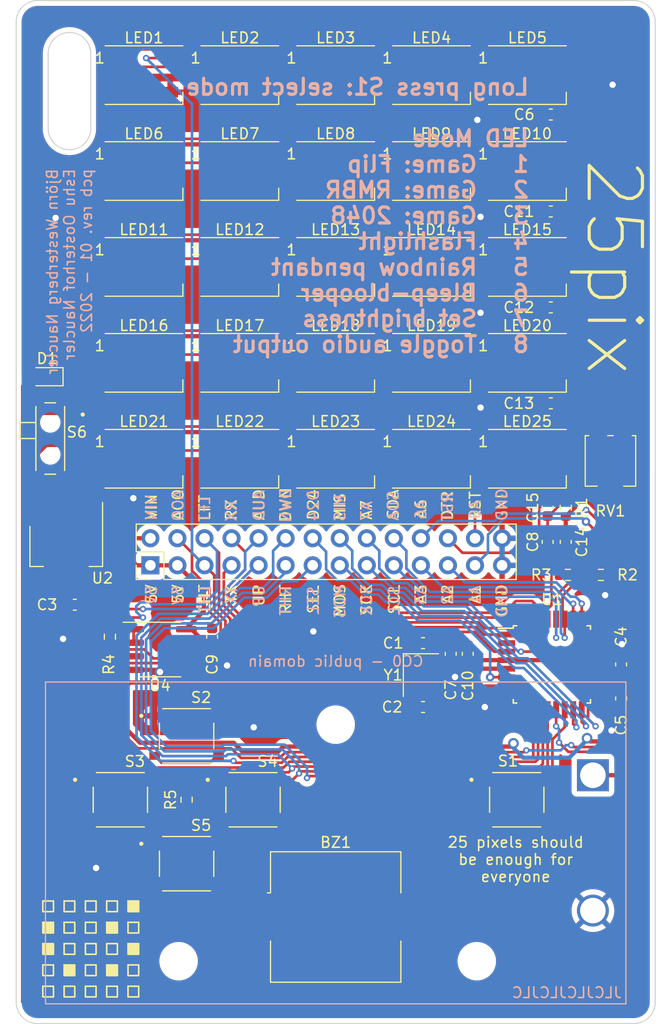
<source format=kicad_pcb>
(kicad_pcb (version 20211014) (generator pcbnew)
  (title_block (title "25pix") (date "2022-08-21") (rev "v0.1") (company "BND"))
  (layers (0 "F.Cu" signal) (31 "B.Cu" signal) (34 "B.Paste" user) (35 "F.Paste" user) (36 "B.SilkS" user "B.Silkscreen") (37 "F.SilkS" user "F.Silkscreen") (38 "B.Mask" user) (39 "F.Mask" user) (44 "Edge.Cuts" user))
  (net 0 "")
  (net 1 "+9V")
  (net 2 "GND")
  (net 3 "+5V")
  (net 4 "Net-(LED1-Pad2)")
  (net 5 "Net-(LED2-Pad2)")
  (net 6 "Net-(LED3-Pad2)")
  (net 7 "Net-(LED4-Pad2)")
  (net 8 "Net-(LED5-Pad2)")
  (net 9 "Net-(LED6-Pad2)")
  (net 10 "Net-(LED7-Pad2)")
  (net 11 "Net-(LED8-Pad2)")
  (net 12 "Net-(LED10-Pad4)")
  (net 13 "Net-(LED10-Pad2)")
  (net 14 "Net-(LED11-Pad2)")
  (net 15 "Net-(LED12-Pad2)")
  (net 16 "Net-(LED13-Pad2)")
  (net 17 "Net-(LED14-Pad2)")
  (net 18 "Net-(LED15-Pad2)")
  (net 19 "Net-(LED16-Pad2)")
  (net 20 "Net-(LED17-Pad2)")
  (net 21 "Net-(LED18-Pad2)")
  (net 22 "Net-(LED19-Pad2)")
  (net 23 "Net-(LED20-Pad2)")
  (net 24 "Net-(LED21-Pad2)")
  (net 25 "Net-(LED22-Pad2)")
  (net 26 "Net-(LED23-Pad2)")
  (net 27 "Net-(LED24-Pad2)")
  (net 29 "RESET")
  (net 30 "Net-(BT1-Pad1)")
  (net 31 "MOSI")
  (net 32 "MISO")
  (net 33 "SCK")
  (net 34 "RIGHT")
  (net 35 "LEFT")
  (net 36 "DOWN")
  (net 37 "UP")
  (net 38 "SELECT")
  (net 39 "Net-(BZ1-Pad1)")
  (net 41 "Net-(C1-Pad1)")
  (net 42 "P_SIG")
  (net 43 "SCL")
  (net 44 "SDA")
  (net 45 "Net-(C2-Pad1)")
  (net 46 "Net-(RV1-Pad3)")
  (net 47 "Net-(RV1-Pad2)")
  (net 48 "Net-(C4-Pad1)")
  (net 49 "Net-(C15-Pad1)")
  (net 50 "ACO")
  (net 51 "D24")
  (net 52 "Net-(U1-Pad10)")
  (net 53 "A6")
  (net 54 "A7")
  (net 55 "Net-(D1-Pad1)")
  (net 56 "A1")
  (net 57 "A2")
  (net 58 "A3")
  (net 59 "RX")
  (net 60 "TX")
  (net 62 "AUDIO")
  (net 63 "Net-(R4-Pad1)")
  (net 64 "Net-(R5-Pad1)")
  (footprint "lib:SW_TS-1187A-B-A-B" (layer "F.Cu") (at 56 105)
    (fp_text reference "S5")
    (fp_text value "TS-1187A-B-A-B")
  )
  (footprint "Capacitor_SMD:C_0603_1608Metric" (layer "F.Cu") (at 96.8 89.5 -90)
    (fp_text reference "C5")
    (fp_text value "100n")
  )
  (footprint "Capacitor_SMD:C_0603_1608Metric" (layer "F.Cu") (at 78.2 90.3 180)
    (fp_text reference "C2")
    (fp_text value "22p")
  )
  (footprint "LED_SMD:LED_WS2812B_PLCC4_5.0x5.0mm_P3.2mm" (layer "F.Cu") (at 61 31)
    (fp_text reference "LED2")
    (fp_text value "WS2812B")
  )
  (footprint "LED_SMD:LED_WS2812B_PLCC4_5.0x5.0mm_P3.2mm" (layer "F.Cu") (at 52 58)
    (fp_text reference "LED16")
    (fp_text value "WS2812B")
  )
  (footprint "LED_SMD:LED_WS2812B_PLCC4_5.0x5.0mm_P3.2mm" (layer "F.Cu") (at 61 67)
    (fp_text reference "LED22")
    (fp_text value "WS2812B")
  )
  (footprint "LED_SMD:LED_WS2812B_PLCC4_5.0x5.0mm_P3.2mm" (layer "F.Cu") (at 70 58)
    (fp_text reference "LED18")
    (fp_text value "WS2812B")
  )
  (footprint "Capacitor_SMD:C_0603_1608Metric" (layer "F.Cu") (at 90.2 43.8 180)
    (fp_text reference "C11")
    (fp_text value "100n")
  )
  (footprint "Capacitor_SMD:C_0603_1608Metric" (layer "F.Cu") (at 96.8 86.3 90)
    (fp_text reference "C4")
    (fp_text value "100n")
  )
  (footprint "LED_SMD:LED_WS2812B_PLCC4_5.0x5.0mm_P3.2mm" (layer "F.Cu") (at 79 49)
    (fp_text reference "LED14")
    (fp_text value "WS2812B")
  )
  (footprint "LED_SMD:LED_WS2812B_PLCC4_5.0x5.0mm_P3.2mm" (layer "F.Cu") (at 70 49)
    (fp_text reference "LED13")
    (fp_text value "WS2812B")
  )
  (footprint "LED_SMD:LED_WS2812B_PLCC4_5.0x5.0mm_P3.2mm" (layer "F.Cu") (at 79 40)
    (fp_text reference "LED9")
    (fp_text value "WS2812B")
  )
  (footprint "LED_SMD:LED_WS2812B_PLCC4_5.0x5.0mm_P3.2mm" (layer "F.Cu") (at 88 49)
    (fp_text reference "LED15")
    (fp_text value "WS2812B")
  )
  (footprint "Capacitor_SMD:C_0603_1608Metric" (layer "F.Cu") (at 78.2 84.3)
    (fp_text reference "C1")
    (fp_text value "22p")
  )
  (footprint "Resistor_SMD:R_0603_1608Metric" (layer "F.Cu") (at 56 99 -90)
    (fp_text reference "R5")
    (fp_text value "220")
  )
  (footprint "Capacitor_SMD:C_0603_1608Metric" (layer "F.Cu") (at 58.4 83.7 -90)
    (fp_text reference "C9")
    (fp_text value "100n")
  )
  (footprint "Capacitor_SMD:C_0603_1608Metric" (layer "F.Cu") (at 89.9 74.8 -90)
    (fp_text reference "C8")
    (fp_text value "100n")
  )
  (footprint "Capacitor_SMD:C_0603_1608Metric" (layer "F.Cu") (at 90.2 34.7 180)
    (fp_text reference "C6")
    (fp_text value "100n")
  )
  (footprint "LED_SMD:LED_WS2812B_PLCC4_5.0x5.0mm_P3.2mm" (layer "F.Cu") (at 52 31)
    (fp_text reference "LED1")
    (fp_text value "WS2812B")
  )
  (footprint "lib:SW_TS-1187A-B-A-B" (layer "F.Cu") (at 56 93)
    (fp_text reference "S2")
    (fp_text value "TS-1187A-B-A-B")
  )
  (footprint "LED_SMD:LED_WS2812B_PLCC4_5.0x5.0mm_P3.2mm" (layer "F.Cu") (at 61 40)
    (fp_text reference "LED7")
    (fp_text value "WS2812B")
  )
  (footprint "Diode_SMD:D_SOD-323" (layer "F.Cu") (at 42.9 59.3 180)
    (fp_text reference "D1")
    (fp_text value "1N5819WS")
  )
  (footprint "Resistor_SMD:R_0603_1608Metric" (layer "F.Cu") (at 91.8 77.9)
    (fp_text reference "R3")
    (fp_text value "10k")
  )
  (footprint "LED_SMD:LED_WS2812B_PLCC4_5.0x5.0mm_P3.2mm" (layer "F.Cu") (at 61 58)
    (fp_text reference "LED17")
    (fp_text value "WS2812B")
  )
  (footprint "LED_SMD:LED_WS2812B_PLCC4_5.0x5.0mm_P3.2mm" (layer "F.Cu") (at 52 40)
    (fp_text reference "LED6")
    (fp_text value "WS2812B")
  )
  (footprint "LED_SMD:LED_WS2812B_PLCC4_5.0x5.0mm_P3.2mm" (layer "F.Cu") (at 79 31)
    (fp_text reference "LED4")
    (fp_text value "WS2812B")
  )
  (footprint "Crystal:Crystal_SMD_3225-4Pin_3.2x2.5mm" (layer "F.Cu") (at 78 87.3 -90)
    (fp_text reference "Y1")
    (fp_text value "X322516MLB4SI")
  )
  (footprint "Capacitor_SMD:C_0603_1608Metric" (layer "F.Cu") (at 91.6 74.8 -90)
    (fp_text reference "C14")
    (fp_text value "100n")
  )
  (footprint "lib:SW_TS-1187A-B-A-B" (layer "F.Cu") (at 49.78 99)
    (fp_text reference "S3")
    (fp_text value "TS-1187A-B-A-B")
  )
  (footprint "Capacitor_SMD:C_0603_1608Metric" (layer "F.Cu") (at 45.5 80.7)
    (fp_text reference "C3")
    (fp_text value "10u")
  )
  (footprint "LED_SMD:LED_WS2812B_PLCC4_5.0x5.0mm_P3.2mm" (layer "F.Cu") (at 70 31)
    (fp_text reference "LED3")
    (fp_text value "WS2812B")
  )
  (footprint "Capacitor_SMD:C_0603_1608Metric" (layer "F.Cu") (at 90.2 61.8 180)
    (fp_text reference "C13")
    (fp_text value "100n")
  )
  (footprint "LED_SMD:LED_WS2812B_PLCC4_5.0x5.0mm_P3.2mm" (layer "F.Cu") (at 79 58)
    (fp_text reference "LED19")
    (fp_text value "WS2812B")
  )
  (footprint "LED_SMD:LED_WS2812B_PLCC4_5.0x5.0mm_P3.2mm" (layer "F.Cu") (at 61 49)
    (fp_text reference "LED12")
    (fp_text value "WS2812B")
  )
  (footprint "Capacitor_SMD:C_0603_1608Metric" (layer "F.Cu") (at 89.9 71.6 -90)
    (fp_text reference "C15")
    (fp_text value "100n")
  )
  (footprint "LED_SMD:LED_WS2812B_PLCC4_5.0x5.0mm_P3.2mm" (layer "F.Cu") (at 70 40)
    (fp_text reference "LED8")
    (fp_text value "WS2812B")
  )
  (footprint "LED_SMD:LED_WS2812B_PLCC4_5.0x5.0mm_P3.2mm" (layer "F.Cu") (at 70 67)
    (fp_text reference "LED23")
    (fp_text value "WS2812B")
  )
  (footprint "Connector_PinHeader_2.54mm:PinHeader_2x14_P2.54mm_Vertical" (layer "F.Cu") (at 52.6 77 90)
    (fp_text reference "J1" hide)
    (fp_text value "XCON")
  )
  (footprint "Resistor_SMD:R_0603_1608Metric" (layer "F.Cu") (at 94.9 77.9 180)
    (fp_text reference "R2")
    (fp_text value "10k")
  )
  (footprint "Capacitor_SMD:C_0603_1608Metric" (layer "F.Cu") (at 82.4 85.3 -90)
    (fp_text reference "C10")
    (fp_text value "100n")
  )
  (footprint "Resistor_SMD:R_0603_1608Metric" (layer "F.Cu") (at 48.8 83.7 90)
    (fp_text reference "R4")
    (fp_text value "220")
  )
  (footprint "Package_QFP:TQFP-32_7x7mm_P0.8mm" (layer "F.Cu") (at 90.3 86.3)
    (fp_text reference "U1")
    (fp_text value "ATmega328PB-A")
  )
  (footprint "LED_SMD:LED_WS2812B_PLCC4_5.0x5.0mm_P3.2mm" (layer "F.Cu") (at 88 40)
    (fp_text reference "LED10")
    (fp_text value "WS2812B")
  )
  (footprint "LED_SMD:LED_WS2812B_PLCC4_5.0x5.0mm_P3.2mm" (layer "F.Cu") (at 88 31)
    (fp_text reference "LED5")
    (fp_text value "WS2812B")
  )
  (footprint "lib:SW_TS-1187A-B-A-B" (layer "F.Cu") (at 62.2375 99)
    (fp_text reference "S4")
    (fp_text value "TS-1187A-B-A-B")
  )
  (footprint "LED_SMD:LED_WS2812B_PLCC4_5.0x5.0mm_P3.2mm" (layer "F.Cu") (at 52 67)
    (fp_text reference "LED21")
    (fp_text value "WS2812B")
  )
  (footprint "LED_SMD:LED_WS2812B_PLCC4_5.0x5.0mm_P3.2mm" (layer "F.Cu") (at 88 67)
    (fp_text reference "LED25")
    (fp_text value "WS2812B")
  )
  (footprint "Capacitor_SMD:C_0603_1608Metric" (layer "F.Cu") (at 80.8 85.3 -90)
    (fp_text reference "C7")
    (fp_text value "100n")
  )
  (footprint "Package_TO_SOT_SMD:SOT-223-3_TabPin2" (layer "F.Cu") (at 44.7 75.2 -90)
    (fp_text reference "U2")
    (fp_text value "AMS1117-5.0")
  )
  (footprint "Buzzer_Beeper:Buzzer_Murata_PKLCS1212E" (layer "F.Cu") (at 70 110)
    (fp_text reference "BZ1")
    (fp_text value "PKLCS1212E")
  )
  (footprint "LED_SMD:LED_WS2812B_PLCC4_5.0x5.0mm_P3.2mm" (layer "F.Cu") (at 79 67)
    (fp_text reference "LED24")
    (fp_text value "WS2812B")
  )
  (footprint "lib:SW_MLL1200S" (layer "F.Cu") (at 43.2 65.1 -90)
    (fp_text reference "S6")
    (fp_text value "MLL1200S")
  )
  (footprint "Package_SO:SOIC-8_3.9x4.9mm_P1.27mm" (layer "F.Cu") (at 53.5 84.9)
    (fp_text reference "U4")
    (fp_text value "TL072")
  )
  (footprint "Capacitor_SMD:C_0603_1608Metric" (layer "F.Cu") (at 90.2 52.8 180)
    (fp_text reference "C12")
    (fp_text value "100n")
  )
  (footprint "lib:SW_TS-1187A-B-A-B" (layer "F.Cu") (at 87 99)
    (fp_text reference "S1")
    (fp_text value "TS-1187A-B-A-B")
  )
  (footprint "LED_SMD:LED_WS2812B_PLCC4_5.0x5.0mm_P3.2mm" (layer "F.Cu") (at 88 58)
    (fp_text reference "LED20")
    (fp_text value "WS2812B")
  )
  (footprint "Potentiometer_SMD:Potentiometer_Bourns_3314G_Vertical" (layer "F.Cu") (at 95.8 67.2)
    (fp_text reference "RV1")
    (fp_text value "10k")
  )
  (footprint "LED_SMD:LED_WS2812B_PLCC4_5.0x5.0mm_P3.2mm" (layer "F.Cu") (at 52 49)
    (fp_text reference "LED11")
    (fp_text value "WS2812B")
  )
  (footprint "Resistor_SMD:R_0603_1608Metric" (layer "F.Cu") (at 91.6 71.6 90)
    (fp_text reference "R1")
    (fp_text value "10k")
  )
  (footprint "Battery:BatteryHolder_Eagle_12BH611-GR" (layer "B.Cu") (at 94.15 96.7)
    (fp_text reference "BT1" hide)
    (fp_text value "9V")
  )
  (gr_rect (start 49.5 116.5) (end 48.5 117.5) (layer "F.SilkS") (width 0.15) (fill none))
  (gr_rect (start 44.5 114.5) (end 45.5 115.5) (layer "F.SilkS") (width 0.15) (fill solid))
  (gr_rect (start 42.5 112.5) (end 43.5 113.5) (layer "F.SilkS") (width 0.15) (fill solid))
  (gr_rect (start 47.5 112.5) (end 46.5 113.5) (layer "F.SilkS") (width 0.15) (fill none))
  (gr_rect (start 48.5 108.5) (end 49.5 109.5) (layer "F.SilkS") (width 0.15) (fill none))
  (gr_rect (start 50.5 108.5) (end 51.5 109.5) (layer "F.SilkS") (width 0.15) (fill solid))
  (gr_rect (start 45.5 110.5) (end 44.5 111.5) (layer "F.SilkS") (width 0.15) (fill none))
  (gr_rect (start 47.5 110.5) (end 46.5 111.5) (layer "F.SilkS") (width 0.15) (fill none))
  (gr_rect (start 44.5 108.5) (end 45.5 109.5) (layer "F.SilkS") (width 0.15) (fill none))
  (gr_rect (start 48.5 114.5) (end 49.5 115.5) (layer "F.SilkS") (width 0.15) (fill solid))
  (gr_rect (start 47.5 116.5) (end 46.5 117.5) (layer "F.SilkS") (width 0.15) (fill none))
  (gr_rect (start 51.5 116.5) (end 50.5 117.5) (layer "F.SilkS") (width 0.15) (fill none))
  (gr_rect (start 51.5 110.5) (end 50.5 111.5) (layer "F.SilkS") (width 0.15) (fill none))
  (gr_rect (start 44.5 112.5) (end 45.5 113.5) (layer "F.SilkS") (width 0.15) (fill none))
  (gr_rect (start 46.5 108.5) (end 47.5 109.5) (layer "F.SilkS") (width 0.15) (fill none))
  (gr_rect (start 49.5 110.5) (end 48.5 111.5) (layer "F.SilkS") (width 0.15) (fill solid))
  (gr_rect (start 43.5 116.5) (end 42.5 117.5) (layer "F.SilkS") (width 0.15) (fill none))
  (gr_rect (start 50.5 112.5) (end 51.5 113.5) (layer "F.SilkS") (width 0.15) (fill solid))
  (gr_rect (start 43.5 110.5) (end 42.5 111.5) (layer "F.SilkS") (width 0.15) (fill solid))
  (gr_rect (start 42.5 114.5) (end 43.5 115.5) (layer "F.SilkS") (width 0.15) (fill none))
  (gr_rect (start 42.5 108.5) (end 43.5 109.5) (layer "F.SilkS") (width 0.15) (fill none))
  (gr_rect (start 50.5 114.5) (end 51.5 115.5) (layer "F.SilkS") (width 0.15) (fill none))
  (gr_rect (start 45.5 116.5) (end 44.5 117.5) (layer "F.SilkS") (width 0.15) (fill none))
  (gr_rect (start 46.5 114.5) (end 47.5 115.5) (layer "F.SilkS") (width 0.15) (fill none))
  (gr_rect (start 48.5 112.5) (end 49.5 113.5) (layer "F.SilkS") (width 0.15) (fill none))
  (gr_arc (start 43 29) (mid 45 27) (end 47 29) (layer "Edge.Cuts") (width 0.1))
  (gr_arc (start 100 118) (mid 99.414214 119.414214) (end 98 120) (layer "Edge.Cuts") (width 0.1))
  (gr_line (start 98 120) (end 42 120) (layer "Edge.Cuts") (width 0.1))
  (gr_line (start 100 26) (end 100 118) (layer "Edge.Cuts") (width 0.1))
  (gr_arc (start 42 120) (mid 40.585786 119.414214) (end 40 118) (layer "Edge.Cuts") (width 0.1))
  (gr_line (start 47 36) (end 47 29) (layer "Edge.Cuts") (width 0.1))
  (gr_line (start 42 24) (end 98 24) (layer "Edge.Cuts") (width 0.1))
  (gr_line (start 43 29) (end 43 36) (layer "Edge.Cuts") (width 0.1))
  (gr_line (start 40 118) (end 40 26) (layer "Edge.Cuts") (width 0.1))
  (gr_arc (start 40 26) (mid 40.585786 24.585786) (end 42 24) (layer "Edge.Cuts") (width 0.1))
  (gr_arc (start 47 36) (mid 45 38) (end 43 36) (layer "Edge.Cuts") (width 0.1))
  (gr_arc (start 98 24) (mid 99.414214 24.585786) (end 100 26) (layer "Edge.Cuts") (width 0.1))
  (gr_text "MIS" (at 70.4 71.6 90) (layer "B.SilkS") (effects (font (size 1 1)) (justify mirror)))
  (gr_text "RHT" (at 65.3 80.3 90) (layer "B.SilkS") (effects (font (size 1 1)) (justify mirror)))
  (gr_text "SEL" (at 67.9 80.3 90) (layer "B.SilkS") (effects (font (size 1 1)) (justify mirror)))
  (gr_text "5V" (at 52.7 79.8 90) (layer "B.SilkS") (effects (font (size 1 1)) (justify mirror)))
  (gr_text "GND" (at 85.6 80.4 90) (layer "B.SilkS") (effects (font (size 1 1)) (justify mirror)))
  (gr_text "A0" (at 83.1 71.8 90) (layer "B.SilkS") (effects (font (size 1 1)) (justify mirror)))
  (gr_text "RST" (at 80.5 71.5 90) (layer "B.SilkS") (effects (font (size 1 1)) (justify mirror)))
  (gr_text "LFT" (at 57.7 71.7 90) (layer "B.SilkS") (effects (font (size 1 1)) (justify mirror)))
  (gr_text "CC0 - public domain" (at 70 86) (layer "B.SilkS") (effects (font (size 1 1)) (justify mirror)))
  (gr_text "LHT" (at 57.7 80.2 90) (layer "B.SilkS") (effects (font (size 1 1)) (justify mirror)))
  (gr_text "A1" (at 83.1 79.8 90) (layer "B.SilkS") (effects (font (size 1 1)) (justify mirror)))
  (gr_text "VIN" (at 52.7 71.6 90) (layer "B.SilkS") (effects (font (size 1 1)) (justify mirror)))
  (gr_text "D24" (at 67.9 71.4 90) (layer "B.SilkS") (effects (font (size 1 1)) (justify mirror)))
  (gr_text "AUD" (at 62.8 71.4 90) (layer "B.SilkS") (effects (font (size 1 1)) (justify mirror)))
  (gr_text "Björn Westerberg Naucler\nEshu Oosterhof Naucler \npcb rev. 01 - 2022" (at 45 39.7 90) (layer "B.SilkS") (effects (font (size 1 1)) (justify left mirror)))
  (gr_text "RX" (at 60.2 71.9 90) (layer "B.SilkS") (effects (font (size 1 1)) (justify mirror)))
  (gr_text "Long press S1: select mode\n\nLED Mode\n1   Game: Flip\n2   Game: RMBR\n3   Game: 2048\n4   Flashlight\n5   Rainbow pendant\n6   Bleep-blooper\n7   Set brightness\n8   Toggle audio output\n\n" (at 88.3 45.4) (layer "B.SilkS") (effects (font (size 1.5 1.5) (thickness 0.3)) (justify left mirror)))
  (gr_text "A7" (at 72.9 71.9 90) (layer "B.SilkS") (effects (font (size 1 1)) (justify mirror)))
  (gr_text "GND" (at 85.6 71.3 90) (layer "B.SilkS") (effects (font (size 1 1)) (justify mirror)))
  (gr_text "SCL" (at 75.5 80.3 90) (layer "B.SilkS") (effects (font (size 1 1)) (justify mirror)))
  (gr_text "5V" (at 55.2 79.8 90) (layer "B.SilkS") (effects (font (size 1 1)) (justify mirror)))
  (gr_text "ACO" (at 55.2 71.4 90) (layer "B.SilkS") (effects (font (size 1 1)) (justify mirror)))
  (gr_text "JLCJLCJLCJLC" (at 91.7 117.1) (layer "B.SilkS") (effects (font (size 1 1)) (justify mirror)))
  (gr_text "A2" (at 80.5 79.8 90) (layer "B.SilkS") (effects (font (size 1 1)) (justify mirror)))
  (gr_text "MOS" (at 70.4 80.4 90) (layer "B.SilkS") (effects (font (size 1 1)) (justify mirror)))
  (gr_text "A6" (at 78 71.8 90) (layer "B.SilkS") (effects (font (size 1 1)) (justify mirror)))
  (gr_text "TX" (at 60.2 79.8 90) (layer "B.SilkS") (effects (font (size 1 1)) (justify mirror)))
  (gr_text "SCK" (at 72.9 80.3 90) (layer "B.SilkS") (effects (font (size 1 1)) (justify mirror)))
  (gr_text "A3" (at 78 79.8 90) (layer "B.SilkS") (effects (font (size 1 1)) (justify mirror)))
  (gr_text "UP" (at 62.8 79.9 90) (layer "B.SilkS") (effects (font (size 1 1)) (justify mirror)))
  (gr_text "DWN" (at 65.3 71.4 90) (layer "B.SilkS") (effects (font (size 1 1)) (justify mirror)))
  (gr_text "SDA" (at 75.4 71.4 90) (layer "B.SilkS") (effects (font (size 1 1)) (justify mirror)))
  (gr_text "SCK" (at 72.9 80.2 90) (layer "F.SilkS") (effects (font (size 1 1))))
  (gr_text "A7" (at 72.9 71.8 90) (layer "F.SilkS") (effects (font (size 1 1))))
  (gr_text "UP" (at 62.8 79.8 90) (layer "F.SilkS") (effects (font (size 1 1))))
  (gr_text "MOS" (at 70.4 80.3 90) (layer "F.SilkS") (effects (font (size 1 1))))
  (gr_text "DWN" (at 65.3 71.3 90) (layer "F.SilkS") (effects (font (size 1 1))))
  (gr_text "SDA" (at 75.4 71.3 90) (layer "F.SilkS") (effects (font (size 1 1))))
  (gr_text "25 pixels should\nbe enough for\neveryone" (at 86.9 104.6) (layer "F.SilkS") (effects (font (size 1 1))))
  (gr_text "RX" (at 60.2 71.8 90) (layer "F.SilkS") (effects (font (size 1 1))))
  (gr_text "5V" (at 52.7 79.7 90) (layer "F.SilkS") (effects (font (size 1 1))))
  (gr_text "25pix" (at 96.1 49 270) (layer "F.SilkS") (effects (font (size 5 5) (thickness 0.3))))
  (gr_text "ACO" (at 55.2 71.3 90) (layer "F.SilkS") (effects (font (size 1 1))))
  (gr_text "SEL" (at 67.9 80.2 90) (layer "F.SilkS") (effects (font (size 1 1))))
  (gr_text "DTR" (at 80.5 71.4 90) (layer "F.SilkS") (effects (font (size 1 1))))
  (gr_text "TX" (at 60.2 79.7 90) (layer "F.SilkS") (effects (font (size 1 1))))
  (gr_text "VIN" (at 52.7 71.5 90) (layer "F.SilkS") (effects (font (size 1 1))))
  (gr_text "A2" (at 80.5 79.7 90) (layer "F.SilkS") (effects (font (size 1 1))))
  (gr_text "GND" (at 85.6 71.3 90) (layer "F.SilkS") (effects (font (size 1 1))))
  (gr_text "A6" (at 78 71.7 90) (layer "F.SilkS") (effects (font (size 1 1))))
  (gr_text "SCL" (at 75.5 80.2 90) (layer "F.SilkS") (effects (font (size 1 1))))
  (gr_text "LHT" (at 57.7 80.1 90) (layer "F.SilkS") (effects (font (size 1 1))))
  (gr_text "MIS" (at 70.4 71.5 90) (layer "F.SilkS") (effects (font (size 1 1))))
  (gr_text "GND" (at 85.6 80.3 90) (layer "F.SilkS") (effects (font (size 1 1))))
  (gr_text "A3" (at 78 79.7 90) (layer "F.SilkS") (effects (font (size 1 1))))
  (gr_text "AUD" (at 62.8 71.3 90) (layer "F.SilkS") (effects (font (size 1 1))))
  (gr_text "D24" (at 67.9 71.3 90) (layer "F.SilkS") (effects (font (size 1 1))))
  (gr_text "RHT" (at 65.3 80.2 90) (layer "F.SilkS") (effects (font (size 1 1))))
  (gr_text "LFT" (at 57.7 71.6 90) (layer "F.SilkS") (effects (font (size 1 1))))
  (gr_text "5V" (at 55.2 79.7 90) (layer "F.SilkS") (effects (font (size 1 1))))
  (gr_text "RST" (at 83.1 71.4 90) (layer "F.SilkS") (effects (font (size 1 1))))
  (gr_text "A1" (at 83.1 79.7 90) (layer "F.SilkS") (effects (font (size 1 1))))
  (segment (start 42.4 71.800978) (end 44.150009 70.050969) (width 0.4) (layer "F.Cu") (net 1))
  (segment (start 49.60785 74.46) (end 52.6 74.46) (width 0.4) (layer "F.Cu") (net 1))
  (segment (start 49.1 73.95215) (end 49.60785 74.46) (width 0.4) (layer "F.Cu") (net 1))
  (segment (start 42.827405 65.700479) (end 45.100479 65.700479) (width 0.4) (layer "F.Cu") (net 1))
  (segment (start 42.4 72.05) (end 41.250489 70.900489) (width 0.4) (layer "F.Cu") (net 1))
  (segment (start 42.4 72.05) (end 42.4 71.800978) (width 0.4) (layer "F.Cu") (net 1))
  (segment (start 45.100479 65.700479) (end 45.25 65.85) (width 0.4) (layer "F.Cu") (net 1))
  (segment (start 44.150009 70.050969) (end 48.39784 70.050969) (width 0.4) (layer "F.Cu") (net 1))
  (segment (start 41.250489 70.900489) (end 41.250489 67.277395) (width 0.4) (layer "F.Cu") (net 1))
  (segment (start 49.1 70.753129) (end 49.1 73.95215) (width 0.4) (layer "F.Cu") (net 1))
  (segment (start 41.250489 67.277395) (end 42.827405 65.700479) (width 0.4) (layer "F.Cu") (net 1))
  (segment (start 48.39784 70.050969) (end 49.1 70.753129) (width 0.4) (layer "F.Cu") (net 1))
  (segment (start 78.975 86.075) (end 78.85 86.2) (width 0.25) (layer "F.Cu") (net 2))
  (segment (start 96.8 90.275) (end 96.8 91.6) (width 0.4) (layer "F.Cu") (net 2))
  (segment (start 96.425 85.9) (end 96.8 85.525) (width 0.4) (layer "F.Cu") (net 2))
  (segment (start 83.5 86.7) (end 83.3 86.9) (width 0.4) (layer "F.Cu") (net 2))
  (segment (start 83.3 87.2) (end 82.4 87.2) (width 0.4) (layer "F.Cu") (net 2))
  (segment (start 83.3 86.9) (end 83.3 87.2) (width 0.4) (layer "F.Cu") (net 2))
  (segment (start 96.8 85.525) (end 96.8 84.47694) (width 0.4) (layer "F.Cu") (net 2))
  (segment (start 82.4 87.2) (end 82.4 86.075) (width 0.4) (layer "F.Cu") (net 2))
  (segment (start 80.8 87.0755) (end 81.2 87.4755) (width 0.4) (layer "F.Cu") (net 2))
  (segment (start 78.975 84.3) (end 78.975 86.075) (width 0.25) (layer "F.Cu") (net 2))
  (segment (start 78.85 86.2) (end 79.9 86.2) (width 0.4) (layer "F.Cu") (net 2))
  (segment (start 96.8 84.47694) (end 96.87694 84.4) (width 0.4) (layer "F.Cu") (net 2))
  (segment (start 94.55 85.9) (end 96.425 85.9) (width 0.4) (layer "F.Cu") (net 2))
  (segment (start 80.8 86.075) (end 80.8 87.0755) (width 0.4) (layer "F.Cu") (net 2))
  (segment (start 96.8 91.6) (end 95.9 92.5) (width 0.4) (layer "F.Cu") (net 2))
  (segment (start 79.9 86.2) (end 80.675 86.2) (width 0.4) (layer "F.Cu") (net 2))
  (segment (start 82.4 86.075) (end 80.8 86.075) (width 0.4) (layer "F.Cu") (net 2))
  (segment (start 51.025 86.805) (end 53.30002 86.805) (width 0.4) (layer "F.Cu") (net 2))
  (segment (start 86.05 86.7) (end 83.5 86.7) (width 0.4) (layer "F.Cu") (net 2))
  (segment (start 80.675 86.2) (end 80.8 86.075) (width 0.4) (layer "F.Cu") (net 2))
  (segment (start 53.30002 86.805) (end 53.5 87.00498) (width 0.4) (layer "F.Cu") (net 2))
  (via (at 51 70.7) (size 1) (drill 0.6) (layers "F.Cu" "B.Cu") (net 2))
  (via (at 83.6 44.3) (size 1) (drill 0.6) (layers "F.Cu" "B.Cu") (net 2))
  (via (at 96.87694 84.4) (size 1) (drill 0.6) (layers "F.Cu" "B.Cu") (net 2))
  (via (at 59.8 86.4) (size 1) (drill 0.6) (layers "F.Cu" "B.Cu") (net 2))
  (via (at 96 31.9) (size 1) (drill 0.6) (layers "F.Cu" "B.Cu") (net 2))
  (via (at 67.9 83.2) (size 1) (drill 0.6) (layers "F.Cu" "B.Cu") (net 2))
  (via (at 81.2 87.4755) (size 1) (drill 0.6) (layers "F.Cu" "B.Cu") (net 2))
  (via (at 43.7 44.4) (size 1) (drill 0.6) (layers "F.Cu" "B.Cu") (net 2))
  (via (at 84 90.3) (size 1) (drill 0.6) (layers "F.Cu" "B.Cu") (net 2))
  (via (at 83.6 62.2) (size 1) (drill 0.6) (layers "F.Cu" "B.Cu") (net 2))
  (via (at 95.9 92.5) (size 1) (drill 0.6) (layers "F.Cu" "B.Cu") (net 2))
  (via (at 95.3 79.8) (size 1) (drill 0.6) (layers "F.Cu" "B.Cu") (net 2))
  (via (at 47.5 105.4) (size 1) (drill 0.6) (layers "F.Cu" "B.Cu") (net 2))
  (via (at 44.4 83.9) (size 1) (drill 0.6) (layers "F.Cu" "B.Cu") (net 2))
  (via (at 53.5 87.00498) (size 1) (drill 0.6) (layers "F.Cu" "B.Cu") (net 2))
  (via (at 83.6 53.3) (size 1) (drill 0.6) (layers "F.Cu" "B.Cu") (net 2))
  (via (at 83.3 35.2) (size 1) (drill 0.6) (layers "F.Cu" "B.Cu") (net 2))
  (via (at 62.3 92.2) (size 1) (drill 0.6) (layers "F.Cu" "B.Cu") (net 2))
  (segment (start 58.4 82.925) (end 56.045 82.925) (width 0.25) (layer "F.Cu") (net 3))
  (segment (start 50.25 88.5) (end 50.25 92.27152) (width 0.4) (layer "F.Cu") (net 3))
  (segment (start 98.22596 77.170958) (end 98.22596 87.97404) (width 0.4) (layer "F.Cu") (net 3))
  (segment (start 75.650489 28.500489) (end 76.55 29.4) (width 0.4) (layer "F.Cu") (net 3))
  (segment (start 91.599511 55.599511) (end 91.599511 53.424511) (width 0.4) (layer "F.Cu") (net 3))
  (segment (start 50.449511 37.500489) (end 57.650489 37.500489) (width 0.4) (layer "F.Cu") (net 3))
  (segment (start 75.650489 37.500489) (end 76.55 38.4) (width 0.4) (layer "F.Cu") (net 3))
  (segment (start 91.6 74.025) (end 92.431064 74.025) (width 0.25) (layer "F.Cu") (net 3))
  (segment (start 91.77452 77.10048) (end 95.09952 77.10048) (width 0.25) (layer "F.Cu") (net 3))
  (segment (start 92.47452 71.55048) (end 91.6 72.425) (width 0.4) (layer "F.Cu") (net 3))
  (segment (start 75.400489 64.500489) (end 68.449511 64.500489) (width 0.4) (layer "F.Cu") (net 3))
  (segment (start 44.7 78.35) (end 44.7 72.05) (width 0.4) (layer "F.Cu") (net 3))
  (segment (start 92.47452 71.02548) (end 92.47452 71.55048) (width 0.4) (layer "F.Cu") (net 3))
  (segment (start 85.55 38.4) (end 86.450489 37.499511) (width 0.4) (layer "F.Cu") (net 3))
  (segment (start 66.650489 55.500489) (end 67.55 56.4) (width 0.4) (layer "F.Cu") (net 3))
  (segment (start 97.425 88.725) (end 98.22596 89.52596) (width 0.4) (layer "F.Cu") (net 3))
  (segment (start 66.650489 64.500489) (end 59.449511 64.500489) (width 0.4) (layer "F.Cu") (net 3))
  (segment (start 59.449511 55.500489) (end 66.650489 55.500489) (width 0.4) (layer "F.Cu") (net 3))
  (segment (start 50.7 88) (end 50.25 88.45) (width 0.4) (layer "F.Cu") (net 3))
  (segment (start 51.629449 93.650969) (end 57.6 93.650969) (width 0.4) (layer "F.Cu") (net 3))
  (segment (start 50.25 88.45) (end 50.25 88.5) (width 0.4) (layer "F.Cu") (net 3))
  (segment (start 49.55 65.4) (end 50.449511 64.500489) (width 0.4) (layer "F.Cu") (net 3))
  (segment (start 86.05 85.9) (end 83.775 85.9) (width 0.4) (layer "F.Cu") (net 3))
  (segment (start 67.55 56.4) (end 68.449511 55.500489) (width 0.4) (layer "F.Cu") (net 3))
  (segment (start 57.650489 28.500489) (end 58.55 29.4) (width 0.4) (layer "F.Cu") (net 3))
  (segment (start 91.599511 61.175489) (end 91.599511 55.599511) (width 0.4) (layer "F.Cu") (net 3))
  (segment (start 48.5 74.2) (end 51.3 77) (width 0.4) (layer "F.Cu") (net 3))
  (segment (start 68.449511 28.500489) (end 75.650489 28.500489) (width 0.4) (layer "F.Cu") (net 3))
  (segment (start 50.45 46.5) (end 49.55 47.4) (width 0.4) (layer "F.Cu") (net 3))
  (segment (start 55.975 82.995) (end 56.457138 82.995) (width 0.4) (layer "F.Cu") (net 3))
  (segment (start 90.975 61.8) (end 90.975 64.475978) (width 0.4) (layer "F.Cu") (net 3))
  (segment (start 96.049022 88.725) (end 95.624022 88.3) (width 0.4) (layer "F.Cu") (net 3))
  (segment (start 85.55 29.4) (end 86.449511 28.500489) (width 0.4) (layer "F.Cu") (net 3))
  (segment (start 48.5 71.000978) (end 48.5 74.2) (width 0.4) (layer "F.Cu") (net 3))
  (segment (start 91.599511 43.175489) (end 90.975 43.8) (width 0.4) (layer "F.Cu") (net 3))
  (segment (start 44.725 80.7) (end 44.725 78.375) (width 0.4) (layer "F.Cu") (net 3))
  (segment (start 49.55 38.4) (end 50.449511 37.500489) (width 0.4) (layer "F.Cu") (net 3))
  (segment (start 75.650489 55.500489) (end 76.55 56.4) (width 0.4) (layer "F.Cu") (net 3))
  (segment (start 57.4 85.7) (end 57.4 87.4) (width 0.4) (layer "F.Cu") (net 3))
  (segment (start 82.5 94.009062) (end 85.390938 94.009062) (width 0.4) (layer "F.Cu") (net 3))
  (segment (start 90.999511 64.500489) (end 86.449511 64.500489) (width 0.4) (layer "F.Cu") (net 3))
  (segment (start 48.149511 70.650489) (end 48.5 71.000978) (width 0.4) (layer "F.Cu") (net 3))
  (segment (start 59.449511 28.500489) (end 66.650489 28.500489) (width 0.4) (layer "F.Cu") (net 3))
  (segment (start 67.55 47.4) (end 66.650489 46.500489) (width 0.4) (layer "F.Cu") (net 3))
  (segment (start 55.975 82.925) (end 55.975 82.995) (width 0.4) (layer "F.Cu") (net 3))
  (segment (start 57.4 83.937862) (end 57.4 85.7) (width 0.4) (layer "F.Cu") (net 3))
  (segment (start 98.22596 87.97404) (end 97.475 88.725) (width 0.4) (layer "F.Cu") (net 3))
  (segment (start 61.317263 94.552409) (end 63.2 94.552409) (width 0.4) (layer "F.Cu") (net 3))
  (segment (start 67.55 65.4) (end 66.650489 64.500489) (width 0.4) (layer "F.Cu") (net 3))
  (segment (start 96.8 88.725) (end 97.425 88.725) (width 0.4) (layer "F.Cu") (net 3))
  (segment (start 44.725 78.375) (end 44.7 78.35) (width 0.4) (layer "F.Cu") (net 3))
  (segment (start 44.7 71.8) (end 45.849511 70.650489) (width 0.4) (layer "F.Cu") (net 3))
  (segment (start 68.449511 55.500489) (end 75.650489 55.500489) (width 0.4) (layer "F.Cu") (net 3))
  (segment (start 67.55 29.4) (end 68.449511 28.500489) (width 0.4) (layer "F.Cu") (net 3))
  (segment (start 91.500489 55.500489) (end 91.599511 55.599511) (width 0.4) (layer "F.Cu") (net 3))
  (segment (start 93.89998 93.52596) (end 93.6 93.22598) (width 0.4) (layer "F.Cu") (net 3))
  (segment (start 77.449511 64.500489) (end 76.55 65.4) (width 0.4) (layer "F.Cu") (net 3))
  (segment (start 50.33924 92.36076) (end 51.53924 93.56076) (width 0.4) (layer "F.Cu") (net 3))
  (segment (start 91.599511 64.500489) (end 90.999511 64.500489) (width 0.4) (layer "F.Cu") (net 3))
  (segment (start 76.55 65.4) (end 76.3 65.4) (width 0.4) (layer "F.Cu") (net 3))
  (segment (start 85.409061 94.009061) (end 86.3 94.009061) (width 0.4) (layer "F.Cu") (net 3))
  (segment (start 66.650489 37.500489) (end 67.55 38.4) (width 0.4) (layer "F.Cu") (net 3))
  (segment (start 86.449511 55.500489) (end 91.500489 55.500489) (width 0.4) (layer "F.Cu") (net 3))
  (segment (start 86.05 85.9) (end 91.075978 85.9) (width 0.4) (layer "F.Cu") (net 3))
  (segment (start 90.975 61.8) (end 91.599511 61.175489) (width 0.4) (layer "F.Cu") (net 3))
  (segment (start 51.53924 93.56076) (end 51.629449 93.650969) (width 0.4) (layer "F.Cu") (net 3))
  (segment (start 91.599511 28.699511) (end 91.599511 34.075489) (width 0.4) (layer "F.Cu") (net 3))
  (segment (start 57.6 93.650969) (end 60.415823 93.650969) (width 0.4) (layer "F.Cu") (net 3))
  (segment (start 91.075978 85.9) (end 93.475978 88.3) (width 0.4) (layer "F.Cu") (net 3))
  (segment (start 68.449511 46.500489) (end 67.55 47.4) (width 0.4) (layer "F.Cu") (net 3))
  (segment (start 67.55 38.4) (end 68.449511 37.500489) (width 0.4) (layer "F.Cu") (net 3))
  (segment (start 44.7 72.05) (end 44.7 71.8) (width 0.4) (layer "F.Cu") (net 3))
  (segment (start 76.55 38.4) (end 77.449511 37.500489) (width 0.4) (layer "F.Cu") (net 3))
  (segment (start 91.599511 34.075489) (end 90.975 34.7) (width 0.4) (layer "F.Cu") (net 3))
  (segment (start 59.449511 37.500489) (end 66.650489 37.500489) (width 0.4) (layer "F.Cu") (net 3))
  (segment (start 85.55 65.4) (end 84.650489 64.500489) (width 0.4) (layer "F.Cu") (net 3))
  (segment (start 57.621929 79.481929) (end 57.621929 81.278071) (width 0.4) (layer "F.Cu") (net 3))
  (segment (start 91.599511 44.424511) (end 90.975 43.8) (width 0.4) (layer "F.Cu") (net 3))
  (segment (start 84.650489 64.500489) (end 77.449511 64.500489) (width 0.4) (layer "F.Cu") (net 3))
  (segment (start 92.431064 74.025) (end 95.303032 76.896968) (width 0.25) (layer "F.Cu") (net 3))
  (segment (start 98.22596 93.17404) (end 97.87404 93.52596) (width 0.4) (layer "F.Cu") (net 3))
  (segment (start 66.650489 28.500489) (end 67.55 29.4) (width 0.4) (layer "F.Cu") (net 3))
  (segment (start 86.450489 37.499511) (end 91.599511 37.499511) (width 0.4) (layer "F.Cu") (net 3))
  (segment (start 76.55 47.4) (end 75.650489 46.500489) (width 0.4) (layer "F.Cu") (net 3))
  (segment (start 95.09952 77.10048) (end 95.303032 76.896968) (width 0.25) (layer "F.Cu") (net 3))
  (segment (start 92.47452 65.375498) (end 91.599511 64.500489) (width 0.4) (layer "F.Cu") (net 3))
  (segment (start 66.650489 46.500489) (end 59.449511 46.500489) (width 0.4) (layer "F.Cu") (net 3))
  (segment (start 68.449511 64.500489) (end 67.55 65.4) (width 0.4) (layer "F.Cu") (net 3))
  (segment (start 98.22596 89.52596) (end 98.22596 93.17404) (width 0.4) (layer "F.Cu") (net 3))
  (segment (start 84.650489 28.500489) (end 85.55 29.4) (width 0.4) (layer "F.Cu") (net 3))
  (segment (start 93.739239 71.02548) (end 92.47452 71.02548) (width 0.4) (layer "F.Cu") (net 3))
  (segment (start 45.849511 70.650489) (end 48.149511 70.650489) (width 0.4) (layer "F.Cu") (net 3))
  (segment (start 84.650489 55.500489) (end 77.449511 55.500489) (width 0.4) (layer "F.Cu") (net 3))
  (segment (start 59.449511 64.500489) (end 58.55 65.4) (width 0.4) (layer "F.Cu") (net 3))
  (segment (start 59.449511 46.500489) (end 58.55 47.4) (width 0.4) (layer "F.Cu") (net 3))
  (segment (start 49.55 29.4) (end 50.449511 28.500489) (width 0.4) (layer "F.Cu") (net 3))
  (segment (start 90.975 52.8) (end 91.599511 52.175489) (width 0.4) (layer "F.Cu") (net 3))
  (segment (start 60.72308 93.958226) (end 61.317263 94.552409) (width 0.4) (layer "F.Cu") (net 3))
  (segment (start 90.975 64.475978) (end 90.999511 64.500489) (width 0.4) (layer "F.Cu") (net 3))
  (segment (start 77.449511 37.500489) (end 84.650489 37.500489) (width 0.4) (layer "F.Cu") (net 3))
  (segment (start 58.55 47.4) (end 57.65 46.5) (width 0.4) (layer "F.Cu") (net 3))
  (segment (start 77.449511 28.500489) (end 84.650489 28.500489) (width 0.4) (layer "F.Cu") (net 3))
  (segment (start 85.55 47.4) (end 86.45 46.5) (width 0.4) (layer "F.Cu") (net 3))
  (segment (start 68.449511 37.500489) (end 75.650489 37.500489) (width 0.4) (layer "F.Cu") (net 3))
  (segment (start 84.650489 46.500489) (end 77.449511 46.500489) (width 0.4) (layer "F.Cu") (net 3))
  (segment (start 96.8 88.725) (end 96.049022 88.725) (width 0.4) (layer "F.Cu") (net 3))
  (segment (start 95.098551 72.384792) (end 93.739239 71.02548) (width 0.4) (layer "F.Cu") (net 3))
  (segment (start 91.599511 53.424511) (end 90.975 52.8) (width 0.4) (layer "F.Cu") (net 3))
  (segment (start 77.449511 55.500489) (end 76.55 56.4) (width 0.4) (layer "F.Cu") (net 3))
  (segment (start 57.650489 64.500489) (end 58.55 65.4) (width 0.4) (layer "F.Cu") (net 3))
  (segment (start 57.4 87.4) (end 56.8 88) (width 0.4) (layer "F.Cu") (net 3))
  (segment (start 82.4 84.525) (end 80.8 84.525) (width 0.4) (layer "F.Cu") (net 3))
  (segment (start 56.045 82.925) (end 55.975 82.995) (width 0.25) (layer "F.Cu") (net 3))
  (segment (start 85.55 56.4) (end 86.449511 55.500489) (width 0.4) (layer "F.Cu") (net 3))
  (segment (start 91.400489 28.500489) (end 91.599511 28.699511) (width 0.4) (layer "F.Cu") (net 3))
  (segment (start 83.775 85.9) (end 82.4 84.525) (width 0.4) (layer "F.Cu") (net 3))
  (segment (start 97.87404 93.52596) (end 93.89998 93.52596) (width 0.4) (layer "F.Cu") (net 3))
  (segment (start 63.2 94.552409) (end 64.525436 94.552409) (width 0.4) (layer "F.Cu") (net 3))
  (segment (start 58.55 38.4) (end 59.449511 37.500489) (width 0.4) (layer "F.Cu") (net 3))
  (segment (start 55.14 77) (end 57.621929 79.481929) (width 0.4) (layer "F.Cu") (net 3))
  (segment (start 90.975 77.9) (end 91.77452 77.10048) (width 0.25) (layer "F.Cu") (net 3))
  (segment (start 86.449511 28.500489) (end 91.400489 28.500489) (width 0.4) (layer "F.Cu") (net 3))
  (segment (start 49.55 56.4) (end 50.449511 55.500489) (width 0.4) (layer "F.Cu") (net 3))
  (segment (start 84.650489 37.500489) (end 85.55 38.4) (width 0.4) (layer "F.Cu") (net 3))
  (segment (start 86.45 46.5) (end 91.599022 46.5) (width 0.4) (layer "F.Cu") (net 3))
  (segment (start 95.098551 72.384792) (end 95.098551 74.043549) (width 0.4) (layer "F.Cu") (net 3))
  (segment (start 58.55 29.4) (end 59.449511 28.500489) (width 0.4) (layer "F.Cu") (net 3))
  (segment (start 97.475 88.725) (end 97.425 88.725) (width 0.4) (layer "F.Cu") (net 3))
  (segment (start 95.098551 74.043549) (end 98.22596 77.170958) (width 0.4) (layer "F.Cu") (net 3))
  (segment (start 91.6 72.425) (end 91.6 74.025) (width 0.4) (layer "F.Cu") (net 3))
  (segment (start 50.449511 55.500489) (end 57.650489 55.500489) (width 0.4) (layer "F.Cu") (net 3))
  (segment (start 90.975 34.7) (end 91.599511 35.324511) (width 0.4) (layer "F.Cu") (net 3))
  (segment (start 76.55 29.4) (end 77.449511 28.500489) (width 0.4) (layer "F.Cu") (net 3))
  (segment (start 91.599511 35.324511) (end 91.599511 37.499511) (width 0.4) (layer "F.Cu") (net 3))
  (segment (start 86.449511 64.500489) (end 85.55 65.4) (width 0.4) (layer "F.Cu") (net 3))
  (segment (start 85.55 56.4) (end 84.650489 55.500489) (width 0.4) (layer "F.Cu") (net 3))
  (segment (start 60.415823 93.650969) (end 60.72308 93.958226) (width 0.4) (layer "F.Cu") (net 3))
  (segment (start 91.599511 52.175489) (end 91.599511 44.424511) (width 0.4) (layer "F.Cu") (net 3))
  (segment (start 86.3 94.009061) (end 86.389246 94.009061) (width 0.4) (layer "F.Cu") (net 3))
  (segment (start 77.449511 46.500489) (end 76.55 47.4) (width 0.4) (layer "F.Cu") (net 3))
  (segment (start 66.4 94.009062) (end 82.5 94.009062) (width 0.4) (layer "F.Cu") (net 3))
  (segment (start 85.55 47.4) (end 84.650489 46.500489) (width 0.4) (layer "F.Cu") (net 3))
  (segment (start 58.55 56.4) (end 59.449511 55.500489) (width 0.4) (layer "F.Cu") (net 3))
  (segment (start 57.65 46.5) (end 50.45 46.5) (width 0.4) (layer "F.Cu") (net 3))
  (segment (start 95.725 77.318936) (end 95.725 77.9) (width 0.25) (layer "F.Cu") (net 3))
  (segment (start 76.3 65.4) (end 75.400489 64.500489) (width 0.4) (layer "F.Cu") (net 3))
  (segment (start 92.47452 71.02548) (end 92.47452 65.375498) (width 0.4) (layer "F.Cu") (net 3))
  (segment (start 50.25 92.27152) (end 50.33924 92.36076) (width 0.4) (layer "F.Cu") (net 3))
  (segment (start 75.650489 46.500489) (end 68.449511 46.500489) (width 0.4) (layer "F.Cu") (net 3))
  (segment (start 50.449511 64.500489) (end 57.650489 64.500489) (width 0.4) (layer "F.Cu") (net 3))
  (segment (start 86.389246 94.009061) (end 86.689226 93.709081) (width 0.4) (layer "F.Cu") (net 3))
  (segment (start 56.457138 82.995) (end 57.4 83.937862) (width 0.4) (layer "F.Cu") (net 3))
  (segment (start 93.475978 88.3) (end 94.55 88.3) (width 0.4) (layer "F.Cu") (net 3))
  (segment (start 91.599511 37.499511) (end 91.599511 43.175489) (width 0.4) (layer "F.Cu") (net 3))
  (segment (start 52.6 77) (end 55.14 77) (width 0.4) (layer "F.Cu") (net 3))
  (segment (start 57.621929 81.278071) (end 55.975 82.925) (width 0.4) (layer "F.Cu") (net 3))
  (segment (start 50.449511 28.500489) (end 57.650489 28.500489) (width 0.4) (layer "F.Cu") (net 3))
  (segment (start 64.525436 94.552409) (end 64.638923 94.438922) (width 0.4) (layer "F.Cu") (net 3))
  (segment (start 95.624022 88.3) (end 94.55 88.3) (width 0.4) (layer "F.Cu") (net 3))
  (segment (start 57.650489 37.500489) (end 58.55 38.4) (width 0.4) (layer "F.Cu") (net 3))
  (segment (start 64.638923 94.438922) (end 65.068783 94.009062) (width 0.4) (layer "F.Cu") (net 3))
  (segment (start 56.8 88) (end 52.6 88) (width 0.4) (layer "F.Cu") (net 3))
  (segment (start 51.3 77) (end 52.6 77) (width 0.4) (layer "F.Cu") (net 3))
  (segment (start 95.303032 76.896968) (end 95.725 77.318936) (width 0.25) (layer "F.Cu") (net 3))
  (segment (start 65.068783 94.009062) (end 66.4 94.009062) (width 0.4) (layer "F.Cu") (net 3))
  (segment (start 52.6 88) (end 50.7 88) (width 0.4) (layer "F.Cu") (net 3))
  (segment (start 57.650489 55.500489) (end 58.55 56.4) (width 0.4) (layer "F.Cu") (net 3))
  (via (at 86.689226 93.709081) (size 1) (drill 0.6) (layers "F.Cu" "B.Cu") (net 3))
  (via (at 93.6 93.22598) (size 1) (drill 0.6) (layers "F.Cu" "B.Cu") (net 3))
  (segment (start 93.6 93.376765) (end 93.6 93.22598) (width 0.4) (layer "B.Cu") (net 3))
  (segment (start 91.918653 95.058112) (end 93.6 93.376765) (width 0.4) (layer "B.Cu") (net 3))
  (segment (start 86.689226 93.709081) (end 86.689226 94.137086) (width 0.4) (layer "B.Cu") (net 3))
  (segment (start 87.610252 95.058112) (end 91.918653 95.058112) (width 0.4) (layer "B.Cu") (net 3))
  (segment (start 86.689226 94.137086) (end 87.610252 95.058112) (width 0.4) (layer "B.Cu") (net 3))
  (segment (start 49.55 32.6) (end 51.925489 30.224511) (width 0.25) (layer "F.Cu") (net 4))
  (segment (start 51.925489 30.224511) (end 62.625489 30.224511) (width 0.25) (layer "F.Cu") (net 4))
  (segment (start 62.625489 30.224511) (end 63.45 29.4) (width 0.25) (layer "F.Cu") (net 4))
  (segment (start 58.55 32.6) (end 60.475969 30.674031) (width 0.25) (layer "F.Cu") (net 5))
  (segment (start 63.4 30.224511) (end 71.625489 30.224511) (width 0.25) (layer "F.Cu") (net 5))
  (segment (start 62.95048 30.674031) (end 63.4 30.224511) (width 0.25) (layer "F.Cu") (net 5))
  (segment (start 71.625489 30.224511) (end 72.45 29.4) (width 0.25) (layer "F.Cu") (net 5))
  (segment (start 60.475969 30.674031) (end 62.95048 30.674031) (width 0.25) (layer "F.Cu") (net 5))
  (segment (start 69.475969 30.674031) (end 71.85048 30.674031) (width 0.25) (layer "F.Cu") (net 6))
  (segment (start 71.85048 30.674031) (end 72.3 30.224511) (width 0.25) (layer "F.Cu") (net 6))
  (segment (start 67.55 32.6) (end 69.475969 30.674031) (width 0.25) (layer "F.Cu") (net 6))
  (segment (start 80.625489 30.224511) (end 81.45 29.4) (width 0.25) (layer "F.Cu") (net 6))
  (segment (start 72.3 30.224511) (end 80.625489 30.224511) (width 0.25) (layer "F.Cu") (net 6))
  (segment (start 78.475969 30.674031) (end 80.811687 30.674031) (width 0.25) (layer "F.Cu") (net 7))
  (segment (start 81.261207 30.224511) (end 89.625489 30.224511) (width 0.25) (layer "F.Cu") (net 7))
  (segment (start 76.55 32.6) (end 78.475969 30.674031) (width 0.25) (layer "F.Cu") (net 7))
  (segment (start 80.811687 30.674031) (end 81.261207 30.224511) (width 0.25) (layer "F.Cu") (net 7))
  (segment (start 89.625489 30.224511) (end 90.45 29.4) (width 0.25) (layer "F.Cu") (net 7))
  (segment (start 49.075009 36.975969) (end 48.475489 37.575489) (width 0.25) (layer "F.Cu") (net 8))
  (segment (start 53.35 39.5) (end 54.45 38.4) (width 0.25) (layer "F.Cu") (net 8))
  (segment (start 77.624511 35.37549) (end 76.024032 36.975969) (width 0.25) (layer "F.Cu") (net 8))
  (segment (start 81.05048 31.123551) (end 78.676449 31.123551) (width 0.25) (layer "F.Cu") (net 8))
  (segment (start 77.624511 32.175489) (end 77.624511 35.37549) (width 0.25) (layer "F.Cu") (net 8))
  (segment (start 76.024032 36.975969) (end 49.075009 36.975969) (width 0.25) (layer "F.Cu") (net 8))
  (segment (start 78.676449 31.123551) (end 77.624511 32.175489) (width 0.25) (layer "F.Cu") (net 8))
  (segment (start 48.9 39.5) (end 53.35 39.5) (width 0.25) (layer "F.Cu") (net 8))
  (segment (start 85.55 32.6) (end 85.55 31.624031) (width 0.25) (layer "F.Cu") (net 8))
  (segment (start 48.475489 37.575489) (end 48.475489 39.075489) (width 0.25) (layer "F.Cu") (net 8))
  (segment (start 48.475489 39.075489) (end 48.9 39.5) (width 0.25) (layer "F.Cu") (net 8))
  (segment (start 81.5 30.674031) (end 81.05048 31.123551) (width 0.25) (layer "F.Cu") (net 8))
  (segment (start 85.55 31.624031) (end 84.6 30.674031) (width 0.25) (layer "F.Cu") (net 8))
  (segment (start 84.6 30.674031) (end 81.5 30.674031) (width 0.25) (layer "F.Cu") (net 8))
  (segment (start 54.261207 39.224511) (end 62.625489 39.224511) (width 0.25) (layer "F.Cu") (net 9))
  (segment (start 62.625489 39.224511) (end 63.45 38.4) (width 0.25) (layer "F.Cu") (net 9))
  (segment (start 53.536198 39.94952) (end 54.261207 39.224511) (width 0.25) (layer "F.Cu") (net 9))
  (segment (start 49.55 41.6) (end 51.20048 39.94952) (width 0.25) (layer "F.Cu") (net 9))
  (segment (start 51.20048 39.94952) (end 53.536198 39.94952) (width 0.25) (layer "F.Cu") (net 9))
  (segment (start 71.625489 39.224511) (end 72.45 38.4) (width 0.25) (layer "F.Cu") (net 10))
  (segment (start 60.475969 39.674031) (end 62.811687 39.674031) (width 0.25) (layer "F.Cu") (net 10))
  (segment (start 58.55 41.6) (end 60.475969 39.674031) (width 0.25) (layer "F.Cu") (net 10))
  (segment (start 62.811687 39.674031) (end 63.261206 39.224511) (width 0.25) (layer "F.Cu") (net 10))
  (segment (start 63.261206 39.224511) (end 71.625489 39.224511) (width 0.25) (layer "F.Cu") (net 10))
  (segment (start 72.261207 39.224511) (end 80.625489 39.224511) (width 0.25) (layer "F.Cu") (net 11))
  (segment (start 71.811687 39.674031) (end 72.261207 39.224511) (width 0.25) (layer "F.Cu") (net 11))
  (segment (start 69.475969 39.674031) (end 71.811687 39.674031) (width 0.25) (layer "F.Cu") (net 11))
  (segment (start 80.625489 39.224511) (end 81.45 38.4) (width 0.25) (layer "F.Cu") (net 11))
  (segment (start 67.55 41.6) (end 69.475969 39.674031) (width 0.25) (layer "F.Cu") (net 11))
  (segment (start 81.261207 39.224511) (end 89.625489 39.224511) (width 0.25) (layer "F.Cu") (net 12))
  (segment (start 76.55 41.6) (end 78.475969 39.674031) (width 0.25) (layer "F.Cu") (net 12))
  (segment (start 89.625489 39.224511) (end 90.45 38.4) (width 0.25) (layer "F.Cu") (net 12))
  (segment (start 80.811687 39.674031) (end 81.261207 39.224511) (width 0.25) (layer "F.Cu") (net 12))
  (segment (start 78.475969 39.674031) (end 80.811687 39.674031) (width 0.25) (layer "F.Cu") (net 12))
  (segment (start 84.5 39.674031) (end 81.447405 39.674031) (width 0.25) (layer "F.Cu") (net 13))
  (segment (start 85.55 40.724031) (end 84.5 39.674031) (width 0.25) (layer "F.Cu") (net 13))
  (segment (start 77.624511 43.975489) (end 75.624031 45.975969) (width 0.25) (layer "F.Cu") (net 13))
  (segment (start 81.447405 39.674031) (end 80.997884 40.123551) (width 0.25) (layer "F.Cu") (net 13))
  (segment (start 60.799511 45.97548) (end 49.075498 45.97548) (width 0.25) (layer "F.Cu") (net 13))
  (segment (start 78.676449 40.123551) (end 77.624511 41.175489) (width 0.25) (layer "F.Cu") (net 13))
  (segment (start 85.55 41.6) (end 85.55 40.724031) (width 0.25) (layer "F.Cu") (net 13))
  (segment (start 80.997884 40.123551) (end 78.676449 40.123551) (width 0.25) (layer "F.Cu") (net 13))
  (segment (start 48.475489 48.075489) (end 48.9 48.5) (width 0.25) (layer "F.Cu") (net 13))
  (segment (start 48.475489 46.575489) (end 48.475489 48.075489) (width 0.25) (layer "F.Cu") (net 13))
  (segment (start 48.9 48.5) (end 53.35 48.5) (width 0.25) (layer "F.Cu") (net 13))
  (segment (start 53.35 48.5) (end 54.45 47.4) (width 0.25) (layer "F.Cu") (net 13))
  (segment (start 75.624031 45.975969) (end 60.8 45.975969) (width 0.25) (layer "F.Cu") (net 13))
  (segment (start 49.075498 45.97548) (end 48.475489 46.575489) (width 0.25) (layer "F.Cu") (net 13))
  (segment (start 60.8 45.975969) (end 60.799511 45.97548) (width 0.25) (layer "F.Cu") (net 13))
  (segment (start 77.624511 41.175489) (end 77.624511 43.975489) (width 0.25) (layer "F.Cu") (net 13))
  (segment (start 53.536198 48.94952) (end 54.261207 48.224511) (width 0.25) (layer "F.Cu") (net 14))
  (segment (start 54.261207 48.224511) (end 62.625489 48.224511) (width 0.25) (layer "F.Cu") (net 14))
  (segment (start 51.20048 48.94952) (end 53.536198 48.94952) (width 0.25) (layer "F.Cu") (net 14))
  (segment (start 62.625489 48.224511) (end 63.45 47.4) (width 0.25) (layer "F.Cu") (net 14))
  (segment (start 49.55 50.6) (end 51.20048 48.94952) (width 0.25) (layer "F.Cu") (net 14))
  (segment (start 63.261207 48.224511) (end 71.625489 48.224511) (width 0.25) (layer "F.Cu") (net 15))
  (segment (start 60.475969 48.674031) (end 62.811687 48.674031) (width 0.25) (layer "F.Cu") (net 15))
  (segment (start 58.55 50.6) (end 60.475969 48.674031) (width 0.25) (layer "F.Cu") (net 15))
  (segment (start 62.811687 48.674031) (end 63.261207 48.224511) (width 0.25) (layer "F.Cu") (net 15))
  (segment (start 71.625489 48.224511) (end 72.45 47.4) (width 0.25) (layer "F.Cu") (net 15))
  (segment (start 80.625489 48.224511) (end 81.45 47.4) (width 0.25) (layer "F.Cu") (net 16))
  (segment (start 67.55 50.6) (end 69.475969 48.674031) (width 0.25) (layer "F.Cu") (net 16))
  (segment (start 69.475969 48.674031) (end 71.811687 48.674031) (width 0.25) (layer "F.Cu") (net 16))
  (segment (start 72.261206 48.224511) (end 80.625489 48.224511) (width 0.25) (layer "F.Cu") (net 16))
  (segment (start 71.811687 48.674031) (end 72.261206 48.224511) (width 0.25) (layer "F.Cu") (net 16))
  (segment (start 76.55 50.6) (end 78.475969 48.674031) (width 0.25) (layer "F.Cu") (net 17))
  (segment (start 89.625489 48.224511) (end 90.45 47.4) (width 0.25) (layer "F.Cu") (net 17))
  (segment (start 78.475969 48.674031) (end 80.811687 48.674031) (width 0.25) (layer "F.Cu") (net 17))
  (segment (start 80.811687 48.674031) (end 81.261206 48.224511) (width 0.25) (layer "F.Cu") (net 17))
  (segment (start 81.261206 48.224511) (end 89.625489 48.224511) (width 0.25) (layer "F.Cu") (net 17))
  (segment (start 81.447403 48.674031) (end 80.997884 49.123551) (width 0.25) (layer "F.Cu") (net 18))
  (segment (start 48.475489 57.075489) (end 48.8 57.4) (width 0.25) (layer "F.Cu") (net 18))
  (segment (start 49.075009 54.975969) (end 48.475489 55.575489) (width 0.25) (layer "F.Cu") (net 18))
  (segment (start 48.8 57.4) (end 53.45 57.4) (width 0.25) (layer "F.Cu") (net 18))
  (segment (start 53.45 57.4) (end 54.45 56.4) (width 0.25) (layer "F.Cu") (net 18))
  (segment (start 48.475489 55.575489) (end 48.475489 57.075489) (width 0.25) (layer "F.Cu") (net 18))
  (segment (start 85.55 50.6) (end 85.55 49.824031) (width 0.25) (layer "F.Cu") (net 18))
  (segment (start 85.55 49.824031) (end 84.4 48.674031) (width 0.25) (layer "F.Cu") (net 18))
  (segment (start 75.524031 54.975969) (end 49.075009 54.975969) (width 0.25) (layer "F.Cu") (net 18))
  (segment (start 77.624511 50.161207) (end 77.624511 52.875489) (width 0.25) (layer "F.Cu") (net 18))
  (segment (start 78.662167 49.123551) (end 77.624511 50.161207) (width 0.25) (layer "F.Cu") (net 18))
  (segment (start 84.4 48.674031) (end 81.447403 48.674031) (width 0.25) (layer "F.Cu") (net 18))
  (segment (start 80.997884 49.123551) (end 78.662167 49.123551) (width 0.25) (layer "F.Cu") (net 18))
  (segment (start 77.624511 52.875489) (end 75.524031 54.975969) (width 0.25) (layer "F.Cu") (net 18))
  (segment (start 54.261207 57.224511) (end 62.625489 57.224511) (width 0.25) (layer "F.Cu") (net 19))
  (segment (start 62.625489 57.224511) (end 63.45 56.4) (width 0.25) (layer "F.Cu") (net 19))
  (segment (start 49.55 59.6) (end 51.30048 57.84952) (width 0.25) (layer "F.Cu") (net 19))
  (segment (start 53.636198 57.84952) (end 54.261207 57.224511) (width 0.25) (layer "F.Cu") (net 19))
  (segment (start 51.30048 57.84952) (end 53.636198 57.84952) (width 0.25) (layer "F.Cu") (net 19))
  (segment (start 62.811687 57.674031) (end 63.261206 57.224511) (width 0.25) (layer "F.Cu") (net 20))
  (segment (start 58.55 59.6) (end 60.475969 57.674031) (width 0.25) (layer "F.Cu") (net 20))
  (segment (start 63.261206 57.224511) (end 71.625489 57.224511) (width 0.25) (layer "F.Cu") (net 20))
  (segment (start 71.625489 57.224511) (end 72.45 56.4) (width 0.25) (layer "F.Cu") (net 20))
  (segment (start 60.475969 57.674031) (end 62.811687 57.674031) (width 0.25) (layer "F.Cu") (net 20))
  (segment (start 72.261207 57.224511) (end 80.625489 57.224511) (width 0.25) (layer "F.Cu") (net 21))
  (segment (start 71.811687 57.674031) (end 72.261207 57.224511) (width 0.25) (layer "F.Cu") (net 21))
  (segment (start 67.55 59.6) (end 69.475969 57.674031) (width 0.25) (layer "F.Cu") (net 21))
  (segment (start 80.625489 57.224511) (end 81.45 56.4) (width 0.25) (layer "F.Cu") (net 21))
  (segment (start 69.475969 57.674031) (end 71.811687 57.674031) (width 0.25) (layer "F.Cu") (net 21))
  (segment (start 89.625489 57.224511) (end 90.45 56.4) (width 0.25) (layer "F.Cu") (net 22))
  (segment (start 81.261206 57.224511) (end 89.625489 57.224511) (width 0.25) (layer "F.Cu") (net 22))
  (segment (start 76.55 59.6) (end 78.475969 57.674031) (width 0.25) (layer "F.Cu") (net 22))
  (segment (start 78.475969 57.674031) (end 80.811687 57.674031) (width 0.25) (layer "F.Cu") (net 22))
  (segment (start 80.811687 57.674031) (end 81.261206 57.224511) (width 0.25) (layer "F.Cu") (net 22))
  (segment (start 48.475489 66.175489) (end 48.8 66.5) (width 0.25) (layer "F.Cu") (net 23))
  (segment (start 48.8 66.5) (end 53.35 66.5) (width 0.25) (layer "F.Cu") (net 23))
  (segment (start 75.224031 63.975969) (end 49.075009 63.975969) (width 0.25) (layer "F.Cu") (net 23))
  (segment (start 81.447403 57.674031) (end 80.997884 58.123551) (width 0.25) (layer "F.Cu") (net 23))
  (segment (start 77.624511 61.575489) (end 75.224031 63.975969) (width 0.25) (layer "F.Cu") (net 23))
  (segment (start 49.075009 63.975969) (end 48.475489 64.575489) (width 0.25) (layer "F.Cu") (net 23))
  (segment (start 80.997884 58.123551) (end 78.662167 58.123551) (width 0.25) (layer "F.Cu") (net 23))
  (segment (start 85.55 59.6) (end 85.55 58.85) (width 0.25) (layer "F.Cu") (net 23))
  (segment (start 84.374031 57.674031) (end 81.447403 57.674031) (width 0.25) (layer "F.Cu") (net 23))
  (segment (start 77.624511 59.161207) (end 77.624511 61.575489) (width 0.25) (layer "F.Cu") (net 23))
  (segment (start 85.55 58.85) (end 84.374031 57.674031) (width 0.25) (layer "F.Cu") (net 23))
  (segment (start 53.35 66.5) (end 54.45 65.4) (width 0.25) (layer "F.Cu") (net 23))
  (segment (start 48.475489 64.575489) (end 48.475489 66.175489) (width 0.25) (layer "F.Cu") (net 23))
  (segment (start 78.662167 58.123551) (end 77.624511 59.161207) (width 0.25) (layer "F.Cu") (net 23))
  (segment (start 49.55 68.6) (end 49.55 67.65) (width 0.25) (layer "F.Cu") (net 24))
  (segment (start 50.25048 66.94952) (end 53.536198 66.94952) (width 0.25) (layer "F.Cu") (net 24))
  (segment (start 54.261207 66.224511) (end 62.625489 66.224511) (width 0.25) (layer "F.Cu") (net 24))
  (segment (start 53.536198 66.94952) (end 54.261207 66.224511) (width 0.25) (layer "F.Cu") (net 24))
  (segment (start 49.55 67.65) (end 50.25048 66.94952) (width 0.25) (layer "F.Cu") (net 24))
  (segment (start 62.625489 66.224511) (end 63.45 65.4) (width 0.25) (layer "F.Cu") (net 24))
  (segment (start 60.475969 66.674031) (end 62.811687 66.674031) (width 0.25) (layer "F.Cu") (net 25))
  (segment (start 71.625489 66.224511) (end 72.45 65.4) (width 0.25) (layer "F.Cu") (net 25))
  (segment (start 63.261206 66.224511) (end 71.625489 66.224511) (width 0.25) (layer "F.Cu") (net 25))
  (segment (start 58.55 68.6) (end 60.475969 66.674031) (width 0.25) (layer "F.Cu") (net 25))
  (segment (start 62.811687 66.674031) (end 63.261206 66.224511) (width 0.25) (layer "F.Cu") (net 25))
  (segment (start 80.625489 66.224511) (end 81.45 65.4) (width 0.25) (layer "F.Cu") (net 26))
  (segment (start 67.55 68.6) (end 69.475969 66.674031) (width 0.25) (layer "F.Cu") (net 26))
  (segment (start 72.261207 66.224511) (end 80.625489 66.224511) (width 0.25) (layer "F.Cu") (net 26))
  (segment (start 69.475969 66.674031) (end 71.811687 66.674031) (width 0.25) (layer "F.Cu") (net 26))
  (segment (start 71.811687 66.674031) (end 72.261207 66.224511) (width 0.25) (layer "F.Cu") (net 26))
  (segment (start 76.55 68.6) (end 78.475969 66.674031) (width 0.25) (layer "F.Cu") (net 27))
  (segment (start 89.625489 66.224511) (end 90.45 65.4) (width 0.25) (layer "F.Cu") (net 27))
  (segment (start 78.475969 66.674031) (end 80.811687 66.674031) (width 0.25) (layer "F.Cu") (net 27))
  (segment (start 80.811687 66.674031) (end 81.261207 66.224511) (width 0.25) (layer "F.Cu") (net 27))
  (segment (start 81.261207 66.224511) (end 89.625489 66.224511) (width 0.25) (layer "F.Cu") (net 27))
  (segment (start 89.9 74.025) (end 90.67548 74.80048) (width 0.25) (layer "F.Cu") (net 29))
  (segment (start 90.67548 74.80048) (end 92.570826 74.80048) (width 0.25) (layer "F.Cu") (net 29))
  (segment (start 91.024031 66.674031) (end 84.525969 66.674031) (width 0.25) (layer "F.Cu") (net 29))
  (segment (start 91.95 67.6) (end 91.024031 66.674031) (width 0.25) (layer "F.Cu") (net 29))
  (segment (start 83.08 68.12) (end 83.08 74.46) (width 0.25) (layer "F.Cu") (net 29))
  (segment (start 90.25048 77.407737) (end 90.25048 80.74952) (width 0.25) (layer "F.Cu") (net 29))
  (segment (start 89.9 72.375) (end 90 72.375) (width 0.25) (layer "F.Cu") (net 29))
  (segment (start 91.625 70.775) (end 91.95 70.45) (width 0.25) (layer "F.Cu") (net 29))
  (segment (start 91.6 70.775) (end 91.625 70.775) (width 0.25) (layer "F.Cu") (net 29))
  (segment (start 84.525969 66.674031) (end 83.08 68.12) (width 0.25) (layer "F.Cu") (net 29))
  (segment (start 89.9 72.375) (end 89.9 74.025) (width 0.25) (layer "F.Cu") (net 29))
  (segment (start 94 76.5) (end 93.84904 76.65096) (width 0.25) (layer "F.Cu") (net 29))
  (segment (start 92.570826 74.80048) (end 94 76.229654) (width 0.25) (layer "F.Cu") (net 29))
  (segment (start 90.25048 80.74952) (end 89.9 81.1) (width 0.25) (layer "F.Cu") (net 29))
  (segment (start 93.84904 76.65096) (end 91.007257 76.65096) (width 0.25) (layer "F.Cu") (net 29))
  (segment (start 91.007257 76.65096) (end 90.25048 77.407737) (width 0.25) (layer "F.Cu") (net 29))
  (segment (start 89.9 81.1) (end 89.9 82.05) (width 0.25) (layer "F.Cu") (net 29))
  (segment (start 94 76.229654) (end 94 76.5) (width 0.25) (layer "F.Cu") (net 29))
  (segment (start 90 72.375) (end 91.6 70.775) (width 0.25) (layer "F.Cu") (net 29))
  (segment (start 91.95 70.45) (end 91.95 67.6) (width 0.25) (layer "F.Cu") (net 29))
  (segment (start 94.15 96.7) (end 97.6 96.7) (width 0.4) (layer "F.Cu") (net 30))
  (segment (start 98.7 97.8) (end 98.7 118.1) (width 0.4) (layer "F.Cu") (net 30))
  (segment (start 98.1 118.7) (end 41.4 118.7) (width 0.4) (layer "F.Cu") (net 30))
  (segment (start 40.650969 60.20216) (end 41.553129 59.3) (width 0.4) (layer "F.Cu") (net 30))
  (segment (start 41.4 118.7) (end 40.650969 117.950969) (width 0.4) (layer "F.Cu") (net 30))
  (segment (start 41.553129 59.3) (end 41.85 59.3) (width 0.4) (layer "F.Cu") (net 30))
  (segment (start 97.6 96.7) (end 98.7 97.8) (width 0.4) (layer "F.Cu") (net 30))
  (segment (start 40.650969 117.950969) (end 40.650969 60.20216) (width 0.4) (layer "F.Cu") (net 30))
  (segment (start 98.7 118.1) (end 98.1 118.7) (width 0.4) (layer "F.Cu") (net 30))
  (segment (start 92.3 90.55) (end 92.3 91.9) (width 0.25) (layer "F.Cu") (net 31))
  (segment (start 92.3 91.9) (end 92.6 92.2) (width 0.25) (layer "F.Cu") (net 31))
  (via (at 92.6 92.2) (size 0.6) (drill 0.3) (layers "F.Cu" "B.Cu") (net 31))
  (segment (start 87.664282 86.635718) (end 86.764283 86.635718) (width 0.25) (layer "B.Cu") (net 31))
  (segment (start 92.6 92.2) (end 92.6 91.571436) (width 0.25) (layer "B.Cu") (net 31))
  (segment (start 74.177579 79.285743) (end 72.909016 79.285743) (width 0.25) (layer "B.Cu") (net 31))
  (segment (start 92.6 91.571436) (end 87.664282 86.635718) (width 0.25) (layer "B.Cu") (net 31))
  (segment (start 77.903769 81.74664) (end 76.171911 80.014783) (width 0.25) (layer "B.Cu") (net 31))
  (segment (start 76.171911 80.014783) (end 74.90662 80.014783) (width 0.25) (layer "B.Cu") (net 31))
  (segment (start 70.623272 77) (end 70.38 77) (width 0.25) (layer "B.Cu") (net 31))
  (segment (start 86.764283 86.635718) (end 81.875204 81.74664) (width 0.25) (layer "B.Cu") (net 31))
  (segment (start 74.90662 80.014783) (end 74.177579 79.285743) (width 0.25) (layer "B.Cu") (net 31))
  (segment (start 72.909016 79.285743) (end 70.623272 77) (width 0.25) (layer "B.Cu") (net 31))
  (segment (start 81.875204 81.74664) (end 77.903769 81.74664) (width 0.25) (layer "B.Cu") (net 31))
  (segment (start 93.1 90.55) (end 93.1 91.7) (width 0.25) (layer "F.Cu") (net 32))
  (segment (start 93.1 91.7) (end 93.5 92.1) (width 0.25) (layer "F.Cu") (net 32))
  (via (at 93.5 92.1) (size 0.6) (drill 0.3) (layers "F.Cu" "B.Cu") (net 32))
  (segment (start 86.938313 86.174031) (end 82.061402 81.29712) (width 0.25) (layer "B.Cu") (net 32))
  (segment (start 93.5 92.1) (end 93.5 91.835718) (width 0.25) (layer "B.Cu") (net 32))
  (segment (start 74.363777 78.836223) (end 73.095213 78.836223) (width 0.25) (layer "B.Cu") (net 32))
  (segment (start 71.554511 75.634511) (end 70.38 74.46) (width 0.25) (layer "B.Cu") (net 32))
  (segment (start 76.358109 79.565263) (end 75.092817 79.565263) (width 0.25) (layer "B.Cu") (net 32))
  (segment (start 93.5 91.835718) (end 87.838313 86.174031) (width 0.25) (layer "B.Cu") (net 32))
  (segment (start 75.092817 79.565263) (end 74.363777 78.836223) (width 0.25) (layer "B.Cu") (net 32))
  (segment (start 87.838313 86.174031) (end 86.938313 86.174031) (width 0.25) (layer "B.Cu") (net 32))
  (segment (start 82.061402 81.29712) (end 78.089966 81.29712) (width 0.25) (layer "B.Cu") (net 32))
  (segment (start 78.089966 81.29712) (end 76.358109 79.565263) (width 0.25) (layer "B.Cu") (net 32))
  (segment (start 73.095213 78.836223) (end 71.554511 77.295521) (width 0.25) (layer "B.Cu") (net 32))
  (segment (start 71.554511 77.295521) (end 71.554511 75.634511) (width 0.25) (layer "B.Cu") (net 32))
  (segment (start 93.699511 89.900489) (end 94.5 89.1) (width 0.25) (layer "F.Cu") (net 33))
  (segment (start 94.4 92.1) (end 93.699511 91.399511) (width 0.25) (layer "F.Cu") (net 33))
  (segment (start 94.5 89.1) (end 94.55 89.1) (width 0.25) (layer "F.Cu") (net 33))
  (segment (start 93.699511 91.399511) (end 93.699511 89.900489) (width 0.25) (layer "F.Cu") (net 33))
  (via (at 94.4 92.1) (size 0.6) (drill 0.3) (layers "F.Cu" "B.Cu") (net 33))
  (segment (start 75.279015 79.115743) (end 74.531636 78.368364) (width 0.25) (layer "B.Cu") (net 33))
  (segment (start 74.288364 78.368364) (end 72.92 77) (width 0.25) (layer "B.Cu") (net 33))
  (segment (start 94.4 92.1) (end 88.024511 85.724511) (width 0.25) (layer "B.Cu") (net 33))
  (segment (start 88.024511 85.724511) (end 87.124511 85.724511) (width 0.25) (layer "B.Cu") (net 33))
  (segment (start 82.2476 80.8476) (end 78.276164 80.8476) (width 0.25) (layer "B.Cu") (net 33))
  (segment (start 78.276164 80.8476) (end 76.544307 79.115743) (width 0.25) (layer "B.Cu") (net 33))
  (segment (start 87.124511 85.724511) (end 82.2476 80.8476) (width 0.25) (layer "B.Cu") (net 33))
  (segment (start 76.544307 79.115743) (end 75.279015 79.115743) (width 0.25) (layer "B.Cu") (net 33))
  (segment (start 74.531636 78.368364) (end 74.288364 78.368364) (width 0.25) (layer "B.Cu") (net 33))
  (segment (start 59.487491 96.875009) (end 64.987509 96.875009) (width 0.25) (layer "F.Cu") (net 34))
  (segment (start 89.368338 96.331661) (end 66.668339 96.331661) (width 0.25) (layer "F.Cu") (net 34))
  (segment (start 65.2375 97.125) (end 65.963497 97.125) (width 0.25) (layer "F.Cu") (net 34))
  (segment (start 89.9 95.8) (end 89.368338 96.331661) (width 0.25) (layer "F.Cu") (net 34))
  (segment (start 65.963497 97.125) (end 66.561666 96.526831) (width 0.25) (layer "F.Cu") (net 34))
  (segment (start 59.2375 97.125) (end 59.487491 96.875009) (width 0.25) (layer "F.Cu") (net 34))
  (segment (start 66.561666 96.438334) (end 66.561666 96.526831) (width 0.25) (layer "F.Cu") (net 34))
  (segment (start 64.987509 96.875009) (end 65.2375 97.125) (width 0.25) (layer "F.Cu") (net 34))
  (segment (start 66.668339 96.331661) (end 66.561666 96.438334) (width 0.25) (layer "F.Cu") (net 34))
  (segment (start 89.9 90.55) (end 89.9 95.8) (width 0.25) (layer "F.Cu") (net 34))
  (via (at 66.561666 96.526831) (size 0.6) (drill 0.3) (layers "F.Cu" "B.Cu") (net 34))
  (segment (start 63.359975 79.575743) (end 65.3 77.635718) (width 0.25) (layer "B.Cu") (net 34))
  (segment (start 66.561666 95.835594) (end 65.00351 94.277438) (width 0.25) (layer "B.Cu") (net 34))
  (segment (start 52.19904 83.972396) (end 53.722378 82.449058) (width 0.25) (layer "B.Cu") (net 34))
  (segment (start 53.923865 94.452429) (end 52.19904 92.727604) (width 0.25) (layer "B.Cu") (net 34))
  (segment (start 65.3 77.635718) (end 65.3 77) (width 0.25) (layer "B.Cu") (net 34))
  (segment (start 53.722378 82.449058) (end 58.339104 82.449058) (width 0.25) (layer "B.Cu") (net 34))
  (segment (start 58.94408 81.844081) (end 61.212418 79.575743) (width 0.25) (layer "B.Cu") (net 34))
  (segment (start 66.561666 96.526831) (end 66.561666 95.835594) (width 0.25) (layer "B.Cu") (net 34))
  (segment (start 58.339104 82.449058) (end 58.94408 81.844081) (width 0.25) (layer "B.Cu") (net 34))
  (segment (start 59.688793 94.277438) (end 59.513802 94.452429) (width 0.25) (layer "B.Cu") (net 34))
  (segment (start 59.513802 94.452429) (end 53.923865 94.452429) (width 0.25) (layer "B.Cu") (net 34))
  (segment (start 61.212418 79.575743) (end 63.359975 79.575743) (width 0.25) (layer "B.Cu") (net 34))
  (segment (start 65.00351 94.277438) (end 59.688793 94.277438) (width 0.25) (layer "B.Cu") (net 34))
  (segment (start 52.19904 92.727604) (end 52.19904 83.972396) (width 0.25) (layer "B.Cu") (net 34))
  (segment (start 59.045489 75.825489) (end 59.045489 80.974053) (width 0.25) (layer "F.Cu") (net 35))
  (segment (start 46.78 97.125) (end 52.78 97.125) (width 0.2) (layer "F.Cu") (net 35))
  (segment (start 52.78 97.125) (end 52.454543 97.125) (width 0.25) (layer "F.Cu") (net 35))
  (segment (start 48.37692 93.047376) (end 48.37692 85.45048) (width 0.25) (layer "F.Cu") (net 35))
  (segment (start 49.191783 83.7) (end 49.7 83.191783) (width 0.25) (layer "F.Cu") (net 35))
  (segment (start 83.934292 82.9) (end 85.9 82.9) (width 0.25) (layer "F.Cu") (net 35))
  (segment (start 49.7 82.9) (end 49.7 82.673928) (width 0.25) (layer "F.Cu") (net 35))
  (segment (start 85.9 82.9) (end 86.75 82.05) (width 0.25) (layer "F.Cu") (net 35))
  (segment (start 76.141406 82.351442) (end 83.385733 82.351441) (width 0.25) (layer "F.Cu") (net 35))
  (segment (start 48.00048 84.107737) (end 48.408217 83.7) (width 0.25) (layer "F.Cu") (net 35))
  (segment (start 60.09856 83.027124) (end 63.022876 85.95144) (width 0.25) (layer "F.Cu") (net 35))
  (segment (start 57.68 74.46) (end 59.045489 75.825489) (width 0.25) (layer "F.Cu") (net 35))
  (segment (start 52.454543 97.125) (end 48.37692 93.047376) (width 0.25) (layer "F.Cu") (net 35))
  (segment (start 49.7 82.673928) (end 50.473928 81.9) (width 0.25) (layer "F.Cu") (net 35))
  (segment (start 63.022876 85.95144) (end 72.541408 85.95144) (width 0.25) (layer "F.Cu") (net 35))
  (segment (start 48.00048 85.07404) (end 48.00048 84.107737) (width 0.25) (layer "F.Cu") (net 35))
  (segment (start 83.385733 82.351441) (end 83.934292 82.9) (width 0.25) (layer "F.Cu") (net 35))
  (segment (start 50.473928 81.9) (end 51.9005 81.9) (width 0.25) (layer "F.Cu") (net 35))
  (segment (start 48.37692 85.45048) (end 48.00048 85.07404) (width 0.25) (layer "F.Cu") (net 35))
  (segment (start 49.7 83.191783) (end 49.7 82.9) (width 0.25) (layer "F.Cu") (net 35))
  (segment (start 72.541408 85.95144) (end 76.141406 82.351442) (width 0.25) (layer "F.Cu") (net 35))
  (segment (start 59.045489 80.974053) (end 60.09856 82.027125) (width 0.25) (layer "F.Cu") (net 35))
  (segment (start 60.09856 82.027125) (end 60.09856 83.027124) (width 0.25) (layer "F.Cu") (net 35))
  (segment (start 86.75 82.05) (end 87.5 82.05) (width 0.25) (layer "F.Cu") (net 35))
  (segment (start 48.408217 83.7) (end 49.191783 83.7) (width 0.25) (layer "F.Cu") (net 35))
  (via (at 51.9005 81.9) (size 0.6) (drill 0.3) (layers "F.Cu" "B.Cu") (net 35))
  (segment (start 51.641247 80.475987) (end 52.525009 80.475987) (width 0.25) (layer "B.Cu") (net 35))
  (segment (start 51.816238 81.9) (end 51.275418 81.35918) (width 0.25) (layer "B.Cu") (net 35))
  (segment (start 58.854511 75.634511) (end 57.68 74.46) (width 0.25) (layer "B.Cu") (net 35))
  (segment (start 57.594314 80.650978) (end 58.854511 79.390781) (width 0.25) (layer "B.Cu") (net 35))
  (segment (start 52.525009 80.475987) (end 52.7 80.650978) (width 0.25) (layer "B.Cu") (net 35))
  (segment (start 51.275418 80.841816) (end 51.641247 80.475987) (width 0.25) (layer "B.Cu") (net 35))
  (segment (start 52.7 80.650978) (end 57.594314 80.650978) (width 0.25) (layer "B.Cu") (net 35))
  (segment (start 51.9005 81.9) (end 51.816238 81.9) (width 0.25) (layer "B.Cu") (net 35))
  (segment (start 58.854511 79.390781) (end 58.854511 75.634511) (width 0.25) (layer "B.Cu") (net 35))
  (segment (start 51.275418 81.35918) (end 51.275418 80.841816) (width 0.25) (layer "B.Cu") (net 35))
  (segment (start 89.1 90.55) (end 89.1 91.64952) (width 0.25) (layer "F.Cu") (net 36))
  (segment (start 89.182141 95.882141) (end 70.7 95.882141) (width 0.25) (layer "F.Cu") (net 36))
  (segment (start 53 103.125) (end 55.175 103.125) (width 0.2) (layer "F.Cu") (net 36))
  (segment (start 56.79952 96.80048) (end 56.79952 98.592263) (width 0.25) (layer "F.Cu") (net 36))
  (segment (start 57.174511 96.425489) (end 56.79952 96.80048) (width 0.25) (layer "F.Cu") (net 36))
  (segment (start 55.5 98.9) (end 55.20048 99.19952) (width 0.25) (layer "F.Cu") (net 36))
  (segment (start 70.7 95.882141) (end 66.092102 95.882141) (width 0.25) (layer "F.Cu") (net 36))
  (segment (start 66.092102 95.882141) (end 65.908561 96.065682) (width 0.25) (layer "F.Cu") (net 36))
  (segment (start 55.20048 99.19952) (end 55.20048 103.09952) (width 0.25) (layer "F.Cu") (net 36))
  (segment (start 65.574511 96.425489) (end 57.174511 96.425489) (width 0.25) (layer "F.Cu") (net 36))
  (segment (start 89.1 91.64952) (end 89.45048 92) (width 0.25) (layer "F.Cu") (net 36))
  (segment (start 55.175 103.125) (end 59 103.125) (width 0.2) (layer "F.Cu") (net 36))
  (segment (start 89.45048 92) (end 89.45048 95.613802) (width 0.25) (layer "F.Cu") (net 36))
  (segment (start 56.79952 98.592263) (end 56.491783 98.9) (width 0.25) (layer "F.Cu") (net 36))
  (segment (start 65.908561 96.091439) (end 65.574511 96.425489) (width 0.25) (layer "F.Cu") (net 36))
  (segment (start 55.20048 103.09952) (end 55.175 103.125) (width 0.25) (layer "F.Cu") (net 36))
  (segment (start 56.491783 98.9) (end 55.5 98.9) (width 0.25) (layer "F.Cu") (net 36))
  (segment (start 89.45048 95.613802) (end 89.182141 95.882141) (width 0.25) (layer "F.Cu") (net 36))
  (segment (start 65.908561 96.065682) (end 65.908561 96.091439) (width 0.25) (layer "F.Cu") (net 36))
  (via (at 65.908561 96.065682) (size 0.6) (drill 0.3) (layers "F.Cu" "B.Cu") (net 36))
  (segment (start 59.7 94.901949) (end 53.737667 94.901949) (width 0.25) (layer "B.Cu") (net 36))
  (segment (start 51.74952 83.786198) (end 53.53618 81.999538) (width 0.25) (layer "B.Cu") (net 36))
  (segment (start 59.874991 94.726958) (end 59.7 94.901949) (width 0.25) (layer "B.Cu") (net 36))
  (segment (start 61.026223 79.126223) (end 63.173777 79.126223) (width 0.25) (layer "B.Cu") (net 36))
  (segment (start 64.569837 94.726958) (end 59.874991 94.726958) (width 0.25) (layer "B.Cu") (net 36))
  (segment (start 53.53618 81.999538) (end 58.152906 81.999538) (width 0.25) (layer "B.Cu") (net 36))
  (segment (start 51.74952 92.913802) (end 51.74952 83.786198) (width 0.25) (layer "B.Cu") (net 36))
  (segment (start 65.908561 96.065682) (end 64.569837 94.726958) (width 0.25) (layer "B.Cu") (net 36))
  (segment (start 64.125489 78.174511) (end 64.125489 75.634511) (width 0.25) (layer "B.Cu") (net 36))
  (segment (start 64.125489 75.634511) (end 65.3 74.46) (width 0.25) (layer "B.Cu") (net 36))
  (segment (start 58.152906 81.999538) (end 61.026223 79.126223) (width 0.25) (layer "B.Cu") (net 36))
  (segment (start 53.737667 94.901949) (end 51.74952 92.913802) (width 0.25) (layer "B.Cu") (net 36))
  (segment (start 63.173777 79.126223) (end 64.125489 78.174511) (width 0.25) (layer "B.Cu") (net 36))
  (segment (start 64.928898 95.526449) (end 62 95.526449) (width 0.25) (layer "F.Cu") (net 37))
  (segment (start 59 94.875) (end 58.825 94.875) (width 0.25) (layer "F.Cu") (net 37))
  (segment (start 87.5 91.320955) (end 88.55144 92.372395) (width 0.25) (layer "F.Cu") (net 37))
  (segment (start 62 95.526449) (end 60.57498 95.526449) (width 0.25) (layer "F.Cu") (net 37))
  (segment (start 65.472246 94.983101) (end 64.928898 95.526449) (width 0.25) (layer "F.Cu") (net 37))
  (segment (start 58.173551 95.526449) (end 53.651449 95.526449) (width 0.25) (layer "F.Cu") (net 37))
  (segment (start 88.55144 92.372395) (end 88.55144 94.84856) (width 0.25) (layer "F.Cu") (net 37))
  (segment (start 60.57498 95.526449) (end 60.4 95.351469) (width 0.25) (layer "F.Cu") (net 37))
  (segment (start 58.825 94.875) (end 58.173551 95.526449) (width 0.25) (layer "F.Cu") (net 37))
  (segment (start 88.55144 94.84856) (end 88.416899 94.983101) (width 0.25) (layer "F.Cu") (net 37))
  (segment (start 87.5 90.55) (end 87.5 91.320955) (width 0.25) (layer "F.Cu") (net 37))
  (segment (start 53.651449 95.526449) (end 53 94.875) (width 0.25) (layer "F.Cu") (net 37))
  (segment (start 88.416899 94.983101) (end 65.472246 94.983101) (width 0.25) (layer "F.Cu") (net 37))
  (segment (start 60.4 95.351469) (end 59.476469 95.351469) (width 0.25) (layer "F.Cu") (net 37))
  (segment (start 59.476469 95.351469) (end 59 94.875) (width 0.25) (layer "F.Cu") (net 37))
  (via (at 60.4 95.351469) (size 0.6) (drill 0.3) (layers "F.Cu" "B.Cu") (net 37))
  (segment (start 60.4 95.351469) (end 53.551469 95.351469) (width 0.25) (layer "B.Cu") (net 37))
  (segment (start 62.516728 77) (end 62.76 77) (width 0.25) (layer "B.Cu") (net 37))
  (segment (start 57.966709 81.550018) (end 62.516728 77) (width 0.25) (layer "B.Cu") (net 37))
  (segment (start 51.3 83.6) (end 53.349982 81.550018) (width 0.25) (layer "B.Cu") (net 37))
  (segment (start 53.349982 81.550018) (end 57.966709 81.550018) (width 0.25) (layer "B.Cu") (net 37))
  (segment (start 53.551469 95.351469) (end 51.3 93.1) (width 0.25) (layer "B.Cu") (net 37))
  (segment (start 51.3 93.1) (end 51.3 83.6) (width 0.25) (layer "B.Cu") (net 37))
  (segment (start 91.5 90.55) (end 91.5 92.183193) (width 0.25) (layer "F.Cu") (net 38))
  (segment (start 83.781181 96.781181) (end 83.1 96.781181) (width 0.25) (layer "F.Cu") (net 38))
  (segment (start 89.750009 96.875009) (end 90 97.125) (width 0.25) (layer "F.Cu") (net 38))
  (segment (start 90.34952 93.333673) (end 90.34952 96.77548) (width 0.25) (layer "F.Cu") (net 38))
  (segment (start 91.5 92.183193) (end 90.34952 93.333673) (width 0.25) (layer "F.Cu") (net 38))
  (segment (start 84.224991 96.875009) (end 89.750009 96.875009) (width 0.25) (layer "F.Cu") (net 38))
  (segment (start 84 97.125) (end 84 97) (width 0.25) (layer "F.Cu") (net 38))
  (segment (start 84 97.1) (end 84.224991 96.875009) (width 0.25) (layer "F.Cu") (net 38))
  (segment (start 83.1 96.781181) (end 68.2 96.781181) (width 0.25) (layer "F.Cu") (net 38))
  (segment (start 90.34952 96.77548) (end 90 97.125) (width 0.25) (layer "F.Cu") (net 38))
  (segment (start 68.2 96.781181) (end 67.479359 96.781181) (width 0.25) (layer "F.Cu") (net 38))
  (segment (start 84 97) (end 83.781181 96.781181) (width 0.25) (layer "F.Cu") (net 38))
  (segment (start 67.479359 96.781181) (end 67.304379 96.956161) (width 0.25) (layer "F.Cu") (net 38))
  (segment (start 84 97.125) (end 84 97.1) (width 0.25) (layer "F.Cu") (net 38))
  (via (at 67.304379 96.956161) (size 0.6) (drill 0.3) (layers "F.Cu" "B.Cu") (net 38))
  (segment (start 59.502595 93.827918) (end 59.327604 94.002909) (width 0.25) (layer "B.Cu") (net 38))
  (segment (start 67.304379 95.94259) (end 65.189707 93.827918) (width 0.25) (layer "B.Cu") (net 38))
  (segment (start 63.546173 80.025263) (end 63.809495 79.76194) (width 0.25) (layer "B.Cu") (net 38))
  (segment (start 54.110063 94.002909) (end 52.64856 92.541406) (width 0.25) (layer "B.Cu") (net 38))
  (segment (start 67.304379 96.956161) (end 67.304379 95.94259) (width 0.25) (layer "B.Cu") (net 38))
  (segment (start 65.071435 78.5) (end 66.34 78.5) (width 0.25) (layer "B.Cu") (net 38))
  (segment (start 52.64856 84.158594) (end 53.908576 82.898578) (width 0.25) (layer "B.Cu") (net 38))
  (segment (start 58.525302 82.898577) (end 61.398615 80.025263) (width 0.25) (layer "B.Cu") (net 38))
  (segment (start 63.809495 79.76194) (end 65.071435 78.5) (width 0.25) (layer "B.Cu") (net 38))
  (segment (start 66.34 78.5) (end 67.84 77) (width 0.25) (layer "B.Cu") (net 38))
  (segment (start 65.189707 93.827918) (end 59.502595 93.827918) (width 0.25) (layer "B.Cu") (net 38))
  (segment (start 53.908576 82.898578) (end 58.525302 82.898577) (width 0.25) (layer "B.Cu") (net 38))
  (segment (start 52.64856 92.541406) (end 52.64856 84.158594) (width 0.25) (layer "B.Cu") (net 38))
  (segment (start 61.398615 80.025263) (end 63.546173 80.025263) (width 0.25) (layer "B.Cu") (net 38))
  (segment (start 59.327604 94.002909) (end 54.110063 94.002909) (width 0.25) (layer "B.Cu") (net 38))
  (segment (start 60.025489 102.425489) (end 56.625489 102.425489) (width 0.25) (layer "F.Cu") (net 39))
  (segment (start 64.4 110) (end 64.4 106.8) (width 0.25) (layer "F.Cu") (net 39))
  (segment (start 64.4 106.8) (end 60.025489 102.425489) (width 0.25) (layer "F.Cu") (net 39))
  (segment (start 56 101.8) (end 56 99.825) (width 0.25) (layer "F.Cu") (net 39))
  (segment (start 56.625489 102.425489) (end 56 101.8) (width 0.25) (layer "F.Cu") (net 39))
  (segment (start 77.425 85.925) (end 77.15 86.2) (width 0.25) (layer "F.Cu") (net 41))
  (segment (start 79.623533 87.224511) (end 77.924511 87.224511) (width 0.25) (layer "F.Cu") (net 41))
  (segment (start 86.05 88.3) (end 80.699022 88.3) (width 0.25) (layer "F.Cu") (net 41))
  (segment (start 80.699022 88.3) (end 79.623533 87.224511) (width 0.25) (layer "F.Cu") (net 41))
  (segment (start 77.15 86.45) (end 77.15 86.2) (width 0.25) (layer "F.Cu") (net 41))
  (segment (start 77.425 84.3) (end 77.425 85.925) (width 0.25) (layer "F.Cu") (net 41))
  (segment (start 77.924511 87.224511) (end 77.15 86.45) (width 0.25) (layer "F.Cu") (net 41))
  (segment (start 62.836678 86.40096) (end 59.64904 83.213322) (width 0.25) (layer "F.Cu") (net 42))
  (segment (start 75.414283 83.714283) (end 72.727606 86.40096) (width 0.25) (layer "F.Cu") (net 42))
  (segment (start 83.199535 82.800961) (end 76.327604 82.800961) (width 0.25) (layer "F.Cu") (net 42))
  (segment (start 83.898574 83.5) (end 83.199535 82.800961) (width 0.25) (layer "F.Cu") (net 42))
  (segment (start 59.64904 82.213322) (end 58.595969 81.16025) (width 0.25) (layer "F.Cu") (net 42))
  (segment (start 72.727606 86.40096) (end 62.836678 86.40096) (width 0.25) (layer "F.Cu") (net 42))
  (segment (start 54.45 29.4) (end 52.2 29.4) (width 0.25) (layer "F.Cu") (net 42))
  (segment (start 58.595969 77.915969) (end 57.68 77) (width 0.25) (layer "F.Cu") (net 42))
  (segment (start 86.05 83.5) (end 83.898574 83.5) (width 0.25) (layer "F.Cu") (net 42))
  (segment (start 58.595969 81.16025) (end 58.595969 77.915969) (width 0.25) (layer "F.Cu") (net 42))
  (segment (start 59.64904 83.213322) (end 59.64904 82.213322) (width 0.25) (layer "F.Cu") (net 42))
  (segment (start 76.327604 82.800961) (end 75.414283 83.714283) (width 0.25) (layer "F.Cu") (net 42))
  (via (at 52.2 29.4) (size 0.6) (drill 0.3) (layers "F.Cu" "B.Cu") (net 42))
  (segment (start 56.505489 75.825489) (end 57.68 77) (width 0.25) (layer "B.Cu") (net 42))
  (segment (start 56.505489 33.705489) (end 52.2 29.4) (width 0.25) (layer "B.Cu") (net 42))
  (segment (start 56.505489 33.705489) (end 56.505489 75.825489) (width 0.25) (layer "B.Cu") (net 42))
  (segment (start 90.7 82.05) (end 90.7 79.825) (width 0.25) (layer "F.Cu") (net 43))
  (segment (start 90.7 79.825) (end 92.625 77.9) (width 0.25) (layer "F.Cu") (net 43))
  (segment (start 90.7 82.05) (end 90.7 83.8) (width 0.25) (layer "F.Cu") (net 43))
  (via (at 90.7 83.8) (size 0.6) (drill 0.3) (layers "F.Cu" "B.Cu") (net 43))
  (segment (start 77.8 79.096728) (end 76.901636 78.198364) (width 0.25) (layer "B.Cu") (net 43))
  (segment (start 90.7 83.8) (end 90.7 80.5) (width 0.25) (layer "B.Cu") (net 43))
  (segment (start 90.14856 79.94856) (end 78.64856 79.94856) (width 0.25) (layer "B.Cu") (net 43))
  (segment (start 77.8 79.1) (end 77.8 79.096728) (width 0.25) (layer "B.Cu") (net 43))
  (segment (start 76.901636 78.198364) (end 76.658364 78.198364) (width 0.25) (layer "B.Cu") (net 43))
  (segment (start 76.658364 78.198364) (end 75.46 77) (width 0.25) (layer "B.Cu") (net 43))
  (segment (start 90.7 80.5) (end 90.14856 79.94856) (width 0.25) (layer "B.Cu") (net 43))
  (segment (start 78.64856 79.94856) (end 77.8 79.1) (width 0.25) (layer "B.Cu") (net 43))
  (segment (start 93.27548 78.69952) (end 94.075 77.9) (width 0.25) (layer "F.Cu") (net 44))
  (segment (start 92.461198 78.69952) (end 93.27548 78.69952) (width 0.25) (layer "F.Cu") (net 44))
  (segment (start 91.5 82.05) (end 91.45 82.05) (width 0.25) (layer "F.Cu") (net 44))
  (segment (start 91.5 83.799503) (end 91.499503 83.8) (width 0.25) (layer "F.Cu") (net 44))
  (segment (start 91.299511 79.861207) (end 92.461198 78.69952) (width 0.25) (layer "F.Cu") (net 44))
  (segment (start 91.45 82.05) (end 91.299511 81.899511) (width 0.25) (layer "F.Cu") (net 44))
  (segment (start 91.299511 81.899511) (end 91.299511 79.861207) (width 0.25) (layer "F.Cu") (net 44))
  (segment (start 91.5 82.05) (end 91.5 83.799503) (width 0.25) (layer "F.Cu") (net 44))
  (via (at 91.499503 83.8) (size 0.6) (drill 0.3) (layers "F.Cu" "B.Cu") (net 44))
  (segment (start 76.634511 77.295521) (end 76.634511 75.634511) (width 0.25) (layer "B.Cu") (net 44))
  (segment (start 90.334757 79.49904) (end 78.83803 79.49904) (width 0.25) (layer "B.Cu") (net 44))
  (segment (start 91.499503 83.8) (end 91.499503 83.71631) (width 0.25) (layer "B.Cu") (net 44))
  (segment (start 78.83803 79.49904) (end 76.634511 77.295521) (width 0.25) (layer "B.Cu") (net 44))
  (segment (start 91.14952 80.313803) (end 90.334757 79.49904) (width 0.25) (layer "B.Cu") (net 44))
  (segment (start 91.14952 83.366327) (end 91.14952 80.313803) (width 0.25) (layer "B.Cu") (net 44))
  (segment (start 91.499503 83.71631) (end 91.14952 83.366327) (width 0.25) (layer "B.Cu") (net 44))
  (segment (start 76.634511 75.634511) (end 75.46 74.46) (width 0.25) (layer "B.Cu") (net 44))
  (segment (start 78.85 88.4) (end 78.85 90.175) (width 0.25) (layer "F.Cu") (net 45))
  (segment (start 85.25048 89.1) (end 84.9 88.74952) (width 0.25) (layer "F.Cu") (net 45))
  (segment (start 79.19952 88.74952) (end 78.85 88.4) (width 0.25) (layer "F.Cu") (net 45))
  (segment (start 86.05 89.1) (end 85.25048 89.1) (width 0.25) (layer "F.Cu") (net 45))
  (segment (start 84.9 88.74952) (end 79.19952 88.74952) (width 0.25) (layer "F.Cu") (net 45))
  (segment (start 78.85 90.175) (end 78.975 90.3) (width 0.25) (layer "F.Cu") (net 45))
  (segment (start 99.2 89.4) (end 99.2 93.7) (width 0.25) (layer "F.Cu") (net 46))
  (segment (start 94.65 64.45) (end 99.2 69) (width 0.25) (layer "F.Cu") (net 46))
  (segment (start 99.2 93.7) (end 98.7 94.2) (width 0.25) (layer "F.Cu") (net 46))
  (segment (start 94.8 94.5) (end 91.840835 94.5) (width 0.25) (layer "F.Cu") (net 46))
  (segment (start 91.840835 94.5) (end 90.97402 93.633185) (width 0.25) (layer "F.Cu") (net 46))
  (segment (start 90.7 90.55) (end 90.7 92.1) (width 0.25) (layer "F.Cu") (net 46))
  (segment (start 98.4 94.5) (end 94.8 94.5) (width 0.25) (layer "F.Cu") (net 46))
  (segment (start 98.7 94.2) (end 98.4 94.5) (width 0.25) (layer "F.Cu") (net 46))
  (segment (start 99.2 69) (end 99.2 89.4) (width 0.25) (layer "F.Cu") (net 46))
  (via (at 90.7 92.1) (size 0.6) (drill 0.3) (layers "F.Cu" "B.Cu") (net 46))
  (via (at 90.97402 93.633185) (size 0.6) (drill 0.3) (layers "F.Cu" "B.Cu") (net 46))
  (segment (start 90.97402 92.37402) (end 90.7 92.1) (width 0.25) (layer "B.Cu") (net 46))
  (segment (start 90.97402 93.633185) (end 90.97402 92.37402) (width 0.25) (layer "B.Cu") (net 46))
  (segment (start 50.5 86.18048) (end 50.003448 86.18048) (width 0.25) (layer "F.Cu") (net 47))
  (segment (start 95.8 74.003214) (end 98.75048 76.953695) (width 0.25) (layer "F.Cu") (net 47))
  (segment (start 98.75048 76.953695) (end 98.75048 93.513802) (width 0.25) (layer "F.Cu") (net 47))
  (segment (start 87.2 94.533581) (end 87.72502 94.533581) (width 0.25) (layer "F.Cu") (net 47))
  (segment (start 98.75048 93.513802) (end 98.213802 94.05048) (width 0.25) (layer "F.Cu") (net 47))
  (segment (start 60.19856 94.175489) (end 61.1 95.076929) (width 0.25) (layer "F.Cu") (net 47))
  (segment (start 64.7427 95.076929) (end 64.909815 94.909814) (width 0.25) (layer "F.Cu") (net 47))
  (segment (start 53.1 94.175489) (end 59.2 94.175489) (width 0.25) (layer "F.Cu") (net 47))
  (segment (start 51.412185 94.175489) (end 53.1 94.175489) (width 0.25) (layer "F.Cu") (net 47))
  (segment (start 61.1 95.076929) (end 63.3 95.076929) (width 0.25) (layer "F.Cu") (net 47))
  (segment (start 49.72548 92.488784) (end 50.318348 93.081652) (width 0.25) (layer "F.Cu") (net 47))
  (segment (start 59.2 94.175489) (end 60.19856 94.175489) (width 0.25) (layer "F.Cu") (net 47))
  (segment (start 95.8 69.95) (end 95.8 74.003214) (width 0.25) (layer "F.Cu") (net 47))
  (segment (start 63.3 95.076929) (end 64.7427 95.076929) (width 0.25) (layer "F.Cu") (net 47))
  (segment (start 55.35048 86.18048) (end 50.5 86.18048) (width 0.25) (layer "F.Cu") (net 47))
  (segment (start 50.003448 86.18048) (end 49.72548 86.458448) (width 0.25) (layer "F.Cu") (net 47))
  (segment (start 78.9 94.533581) (end 87.2 94.533581) (width 0.25) (layer "F.Cu") (net 47))
  (segment (start 50.318348 93.081652) (end 51.412185 94.175489) (width 0.25) (layer "F.Cu") (net 47))
  (segment (start 92.286986 94.05048) (end 92.112006 93.8755) (width 0.25) (layer "F.Cu") (net 47))
  (segment (start 65.286049 94.533581) (end 78.9 94.533581) (width 0.25) (layer "F.Cu") (net 47))
  (segment (start 49.72548 86.458448) (end 49.72548 92.488784) (width 0.25) (layer "F.Cu") (net 47))
  (segment (start 98.213802 94.05048) (end 92.286986 94.05048) (width 0.25) (layer "F.Cu") (net 47))
  (segment (start 64.909815 94.909814) (end 65.286049 94.533581) (width 0.25) (layer "F.Cu") (net 47))
  (segment (start 55.975 86.805) (end 55.35048 86.18048) (width 0.25) (layer "F.Cu") (net 47))
  (segment (start 87.72502 94.533581) (end 87.9 94.358601) (width 0.25) (layer "F.Cu") (net 47))
  (via (at 92.112006 93.8755) (size 0.6) (drill 0.3) (layers "F.Cu" "B.Cu") (net 47))
  (via (at 87.9 94.358601) (size 0.6) (drill 0.3) (layers "F.Cu" "B.Cu") (net 47))
  (segment (start 91.131797 94.358601) (end 91.614898 93.8755) (width 0.25) (layer "B.Cu") (net 47))
  (segment (start 87.9 94.358601) (end 91.131797 94.358601) (width 0.25) (layer "B.Cu") (net 47))
  (segment (start 91.614898 93.8755) (end 92.112006 93.8755) (width 0.25) (layer "B.Cu") (net 47))
  (segment (start 94.55 86.7) (end 96.425 86.7) (width 0.25) (layer "F.Cu") (net 48))
  (segment (start 96.425 86.7) (end 96.8 87.075) (width 0.25) (layer "F.Cu") (net 48))
  (segment (start 88.074511 75.825489) (end 89.10048 74.79952) (width 0.25) (layer "F.Cu") (net 49))
  (segment (start 81.905489 75.825489) (end 88.074511 75.825489) (width 0.25) (layer "F.Cu") (net 49))
  (segment (start 89.10048 71.62452) (end 89.9 70.825) (width 0.25) (layer "F.Cu") (net 49))
  (segment (start 80.54 74.46) (end 81.905489 75.825489) (width 0.25) (layer "F.Cu") (net 49))
  (segment (start 89.10048 74.79952) (end 89.10048 71.62452) (width 0.25) (layer "F.Cu") (net 49))
  (segment (start 62.65048 86.85048) (end 59.19952 83.39952) (width 0.25) (layer "F.Cu") (net 50))
  (segment (start 58.146449 81.346447) (end 58.146449 79.146449) (width 0.25) (layer "F.Cu") (net 50))
  (segment (start 72.913803 86.85048) (end 62.65048 86.85048) (width 0.25) (layer "F.Cu") (net 50))
  (segment (start 58.146449 79.146449) (end 56.505489 77.505489) (width 0.25) (layer "F.Cu") (net 50))
  (segment (start 59.19952 82.399519) (end 58.146449 81.346447) (width 0.25) (layer "F.Cu") (net 50))
  (segment (start 86.05 85.1) (end 84.862856 85.1) (width 0.25) (layer "F.Cu") (net 50))
  (segment (start 56.505489 77.505489) (end 56.505489 75.825489) (width 0.25) (layer "F.Cu") (net 50))
  (segment (start 56.505489 75.825489) (end 55.14 74.46) (width 0.25) (layer "F.Cu") (net 50))
  (segment (start 59.19952 83.39952) (end 59.19952 82.399519) (width 0.25) (layer "F.Cu") (net 50))
  (segment (start 75.232143 84.532141) (end 72.913803 86.85048) (width 0.25) (layer "F.Cu") (net 50))
  (segment (start 76.513801 83.250481) (end 75.232143 84.532141) (width 0.25) (layer "F.Cu") (net 50))
  (segment (start 84.862856 85.1) (end 83.013337 83.250481) (width 0.25) (layer "F.Cu") (net 50))
  (segment (start 83.013337 83.250481) (end 76.513801 83.250481) (width 0.25) (layer "F.Cu") (net 50))
  (segment (start 86.05 87.5) (end 84.5 87.5) (width 0.25) (layer "F.Cu") (net 51))
  (via (at 84.5 87.5) (size 0.8) (drill 0.4) (layers "F.Cu" "B.Cu") (net 51))
  (segment (start 69.1 77.38101) (end 69.1 75.72) (width 0.25) (layer "B.Cu") (net 51))
  (segment (start 75.964303 80.464303) (end 74.720423 80.464303) (width 0.25) (layer "B.Cu") (net 51))
  (segment (start 84.5 87.5) (end 84.5 85.007153) (width 0.25) (layer "B.Cu") (net 51))
  (segment (start 74.720423 80.464303) (end 73.991383 79.735263) (width 0.25) (layer "B.Cu") (net 51))
  (segment (start 76.2 80.7) (end 75.964303 80.464303) (width 0.25) (layer "B.Cu") (net 51))
  (segment (start 70.11899 78.4) (end 69.1 77.38101) (width 0.25) (layer "B.Cu") (net 51))
  (segment (start 77.454249 81.932837) (end 76.221412 80.7) (width 0.25) (layer "B.Cu") (net 51))
  (segment (start 72.722818 79.735263) (end 71.387554 78.4) (width 0.25) (layer "B.Cu") (net 51))
  (segment (start 73.991383 79.735263) (end 72.722818 79.735263) (width 0.25) (layer "B.Cu") (net 51))
  (segment (start 71.387554 78.4) (end 70.11899 78.4) (width 0.25) (layer "B.Cu") (net 51))
  (segment (start 81.689006 82.19616) (end 77.717571 82.19616) (width 0.25) (layer "B.Cu") (net 51))
  (segment (start 76.221412 80.7) (end 76.2 80.7) (width 0.25) (layer "B.Cu") (net 51))
  (segment (start 77.717571 82.19616) (end 77.454249 81.932837) (width 0.25) (layer "B.Cu") (net 51))
  (segment (start 84.5 85.007153) (end 81.689006 82.19616) (width 0.25) (layer "B.Cu") (net 51))
  (segment (start 69.1 75.72) (end 67.84 74.46) (width 0.25) (layer "B.Cu") (net 51))
  (segment (start 88.3 91.485237) (end 88.3 90.55) (width 0.25) (layer "F.Cu") (net 52))
  (segment (start 52.576947 95.975969) (end 65.115096 95.975969) (width 0.25) (layer "F.Cu") (net 52))
  (segment (start 89.00096 95.19904) (end 89.00096 92.186197) (width 0.25) (layer "F.Cu") (net 52))
  (segment (start 88.767379 95.432621) (end 89.00096 95.19904) (width 0.25) (layer "F.Cu") (net 52))
  (segment (start 49.27596 86.272251) (end 49.27596 92.674981) (width 0.25) (layer "F.Cu") (net 52))
  (segment (start 51.025 85.535) (end 50.013211 85.535) (width 0.25) (layer "F.Cu") (net 52))
  (segment (start 50.013211 85.535) (end 49.27596 86.272251) (width 0.25) (layer "F.Cu") (net 52))
  (segment (start 89.00096 92.186197) (end 88.3 91.485237) (width 0.25) (layer "F.Cu") (net 52))
  (segment (start 49.72548 93.124502) (end 52.576947 95.975969) (width 0.25) (layer "F.Cu") (net 52))
  (segment (start 65.658444 95.432621) (end 88.767379 95.432621) (width 0.25) (layer "F.Cu") (net 52))
  (segment (start 49.27596 92.674981) (end 49.72548 93.124502) (width 0.25) (layer "F.Cu") (net 52))
  (segment (start 65.115096 95.975969) (end 65.658444 95.432621) (width 0.25) (layer "F.Cu") (net 52))
  (segment (start 96.417794 87.944932) (end 95.972862 87.5) (width 0.25) (layer "F.Cu") (net 53))
  (segment (start 95.972862 87.5) (end 94.55 87.5) (width 0.25) (layer "F.Cu") (net 53))
  (segment (start 97.70144 87.425698) (end 97.182206 87.944932) (width 0.25) (layer "F.Cu") (net 53))
  (segment (start 93.60819 71.8) (end 94.574031 72.765841) (width 0.25) (layer "F.Cu") (net 53))
  (segment (start 95.406609 75.093391) (end 96.056609 75.743391) (width 0.25) (layer "F.Cu") (net 53))
  (segment (start 93.5245 71.8) (end 93.60819 71.8) (width 0.25) (layer "F.Cu") (net 53))
  (segment (start 94.574031 74.260813) (end 95.406609 75.093391) (width 0.25) (layer "F.Cu") (net 53))
  (segment (start 94.574031 72.765841) (end 94.574031 74.260813) (width 0.25) (layer "F.Cu") (net 53))
  (segment (start 96.063698 75.75048) (end 97.70144 77.388222) (width 0.25) (layer "F.Cu") (net 53))
  (segment (start 97.70144 77.388222) (end 97.70144 87.425698) (width 0.25) (layer "F.Cu") (net 53))
  (segment (start 97.182206 87.944932) (end 96.417794 87.944932) (width 0.25) (layer "F.Cu") (net 53))
  (via (at 93.5245 71.8) (size 0.6) (drill 0.3) (layers "F.Cu" "B.Cu") (net 53))
  (segment (start 84.931131 72.852141) (end 85.63329 72.149983) (width 0.25) (layer "B.Cu") (net 53))
  (segment (start 85.63329 72.149983) (end 93 72.149983) (width 0.25) (layer "B.Cu") (net 53))
  (segment (start 79.607859 72.852141) (end 84.931131 72.852141) (width 0.25) (layer "B.Cu") (net 53))
  (segment (start 93.349983 71.8) (end 93.5245 71.8) (width 0.25) (layer "B.Cu") (net 53))
  (segment (start 78 74.46) (end 79.607859 72.852141) (width 0.25) (layer "B.Cu") (net 53))
  (segment (start 93 72.149983) (end 93.349983 71.8) (width 0.25) (layer "B.Cu") (net 53))
  (segment (start 94.55 85.1) (end 87.4 85.1) (width 0.25) (layer "F.Cu") (net 54))
  (via (at 87.4 85.1) (size 0.6) (drill 0.3) (layers "F.Cu" "B.Cu") (net 54))
  (segment (start 87.135718 85.1) (end 82.433798 80.39808) (width 0.25) (layer "B.Cu") (net 54))
  (segment (start 87.4 85.1) (end 87.135718 85.1) (width 0.25) (layer "B.Cu") (net 54))
  (segment (start 78.462362 80.39808) (end 77.083777 79.019494) (width 0.25) (layer "B.Cu") (net 54))
  (segment (start 82.433798 80.39808) (end 78.462362 80.39808) (width 0.25) (layer "B.Cu") (net 54))
  (segment (start 76.733777 78.666223) (end 75.465213 78.666223) (width 0.25) (layer "B.Cu") (net 54))
  (segment (start 77.083777 79.019494) (end 77.083777 79.016223) (width 0.25) (layer "B.Cu") (net 54))
  (segment (start 74.094511 77.295521) (end 74.094511 75.634511) (width 0.25) (layer "B.Cu") (net 54))
  (segment (start 75.465213 78.666223) (end 74.094511 77.295521) (width 0.25) (layer "B.Cu") (net 54))
  (segment (start 77.083777 79.016223) (end 76.733777 78.666223) (width 0.25) (layer "B.Cu") (net 54))
  (segment (start 74.094511 75.634511) (end 72.92 74.46) (width 0.25) (layer "B.Cu") (net 54))
  (segment (start 41.250489 62.050489) (end 41.250489 60.450489) (width 0.4) (layer "F.Cu") (net 55))
  (segment (start 43.25 60) (end 43.95 59.3) (width 0.4) (layer "F.Cu") (net 55))
  (segment (start 41.250489 60.450489) (end 41.700978 60) (width 0.4) (layer "F.Cu") (net 55))
  (segment (start 45.100479 62.700479) (end 41.900479 62.700479) (width 0.4) (layer "F.Cu") (net 55))
  (segment (start 41.700978 60) (end 43.25 60) (width 0.4) (layer "F.Cu") (net 55))
  (segment (start 41.900479 62.700479) (end 41.250489 62.050489) (width 0.4) (layer "F.Cu") (net 55))
  (segment (start 45.25 62.85) (end 45.100479 62.700479) (width 0.4) (layer "F.Cu") (net 55))
  (segment (start 94.124511 74.44701) (end 94.124511 74.074615) (width 0.25) (layer "F.Cu") (net 56))
  (segment (start 94.124511 74.074615) (end 94.124511 73.5) (width 0.25) (layer "F.Cu") (net 56))
  (segment (start 97.25192 77.57442) (end 96.93875 77.26125) (width 0.25) (layer "F.Cu") (net 56))
  (segment (start 94.55 83.5) (end 95.85192 83.5) (width 0.25) (layer "F.Cu") (net 56))
  (segment (start 97.25192 82.1) (end 97.25192 79.1) (width 0.25) (layer "F.Cu") (net 56))
  (segment (start 95.85192 83.5) (end 97.25192 82.1) (width 0.25) (layer "F.Cu") (net 56))
  (segment (start 93.524511 72.9) (end 93.5 72.9) (width 0.25) (layer "F.Cu") (net 56))
  (segment (start 97.25192 79.1) (end 97.25192 77.57442) (width 0.25) (layer "F.Cu") (net 56))
  (segment (start 94.124511 73.5) (end 93.524511 72.9) (width 0.25) (layer "F.Cu") (net 56))
  (segment (start 96.93875 77.26125) (end 94.124511 74.44701) (width 0.25) (layer "F.Cu") (net 56))
  (via (at 93.5 72.9) (size 0.8) (drill 0.4) (layers "F.Cu" "B.Cu") (net 56))
  (segment (start 84.3 74.11899) (end 84.3 75.78) (width 0.25) (layer "B.Cu") (net 56))
  (segment (start 93.5 72.9) (end 93.199503 72.599503) (width 0.25) (layer "B.Cu") (net 56))
  (segment (start 85.819487 72.599503) (end 84.3 74.11899) (width 0.25) (layer "B.Cu") (net 56))
  (segment (start 93.199503 72.599503) (end 85.819487 72.599503) (width 0.25) (layer "B.Cu") (net 56))
  (segment (start 84.3 75.78) (end 83.08 77) (width 0.25) (layer "B.Cu") (net 56))
  (segment (start 93.1 82.05) (end 93.1 80.6) (width 0.25) (layer "F.Cu") (net 57))
  (via (at 93.1 80.6) (size 0.6) (drill 0.3) (layers "F.Cu" "B.Cu") (net 57))
  (segment (start 92.053576 79.946423) (end 91.853576 79.746424) (width 0.25) (layer "B.Cu") (net 57))
  (segment (start 93.1 80.516807) (end 92.529616 79.946423) (width 0.25) (layer "B.Cu") (net 57))
  (segment (start 90.707151 78.6) (end 82.14 78.6) (width 0.25) (layer "B.Cu") (net 57))
  (segment (start 93.1 80.6) (end 93.1 80.516807) (width 0.25) (layer "B.Cu") (net 57))
  (segment (start 92.529616 79.946423) (end 92.053576 79.946423) (width 0.25) (layer "B.Cu") (net 57))
  (segment (start 91.853576 79.746424) (end 90.707151 78.6) (width 0.25) (layer "B.Cu") (net 57))
  (segment (start 82.14 78.6) (end 80.54 77) (width 0.25) (layer "B.Cu") (net 57))
  (segment (start 92.3 82.05) (end 92.3 80.6) (width 0.25) (layer "F.Cu") (net 58))
  (via (at 92.3 80.6) (size 0.6) (drill 0.3) (layers "F.Cu" "B.Cu") (net 58))
  (segment (start 80.04952 79.04952) (end 78 77) (width 0.25) (layer "B.Cu") (net 58))
  (segment (start 90.520954 79.04952) (end 80.04952 79.04952) (width 0.25) (layer "B.Cu") (net 58))
  (segment (start 92.071435 80.6) (end 90.520954 79.04952) (width 0.25) (layer "B.Cu") (net 58))
  (segment (start 92.3 80.6) (end 92.071435 80.6) (width 0.25) (layer "B.Cu") (net 58))
  (segment (start 86.913802 80.35048) (end 85.811882 81.452401) (width 0.25) (layer "F.Cu") (net 59))
  (segment (start 63.395272 85.0524) (end 60.9976 82.654728) (width 0.25) (layer "F.Cu") (net 59))
  (segment (start 89.1 82.05) (end 89.1 81) (width 0.25) (layer "F.Cu") (net 59))
  (segment (start 85.811882 81.452401) (end 75.76901 81.452402) (width 0.25) (layer "F.Cu") (net 59))
  (segment (start 60.9976 81.65473) (end 59.944529 80.601659) (width 0.25) (layer "F.Cu") (net 59))
  (segment (start 75.505688 81.715725) (end 72.169013 85.0524) (width 0.25) (layer "F.Cu") (net 59))
  (segment (start 60.9976 82.654728) (end 60.9976 81.65473) (width 0.25) (layer "F.Cu") (net 59))
  (segment (start 61.5 75.74) (end 60.22 74.46) (width 0.25) (layer "F.Cu") (net 59))
  (segment (start 59.944529 80.601659) (end 59.944529 78.955471) (width 0.25) (layer "F.Cu") (net 59))
  (segment (start 88.45048 80.35048) (end 86.913802 80.35048) (width 0.25) (layer "F.Cu") (net 59))
  (segment (start 75.76901 81.452402) (end 75.505688 81.715725) (width 0.25) (layer "F.Cu") (net 59))
  (segment (start 72.169013 85.0524) (end 63.395272 85.0524) (width 0.25) (layer "F.Cu") (net 59))
  (segment (start 89.1 81) (end 88.45048 80.35048) (width 0.25) (layer "F.Cu") (net 59))
  (segment (start 61.5 77.4) (end 61.5 75.74) (width 0.25) (layer "F.Cu") (net 59))
  (segment (start 59.944529 78.955471) (end 61.5 77.4) (width 0.25) (layer "F.Cu") (net 59))
  (segment (start 59.495009 77.724991) (end 60.22 77) (width 0.25) (layer "F.Cu") (net 60))
  (segment (start 63.209074 85.50192) (end 60.54808 82.840926) (width 0.25) (layer "F.Cu") (net 60))
  (segment (start 87.1 80.8) (end 85.998079 81.901921) (width 0.25) (layer "F.Cu") (net 60))
  (segment (start 60.54808 82.840926) (end 60.54808 81.840928) (width 0.25) (layer "F.Cu") (net 60))
  (segment (start 60.54808 81.840928) (end 59.495009 80.787857) (width 0.25) (layer "F.Cu") (net 60))
  (segment (start 59.495009 80.787857) (end 59.495009 77.724991) (width 0.25) (layer "F.Cu") (net 60))
  (segment (start 72.35521 85.50192) (end 63.209074 85.50192) (width 0.25) (layer "F.Cu") (net 60))
  (segment (start 88.3 82.05) (end 88.3 81) (width 0.25) (layer "F.Cu") (net 60))
  (segment (start 88.1 80.8) (end 87.1 80.8) (width 0.25) (layer "F.Cu") (net 60))
  (segment (start 75.955208 81.901922) (end 72.35521 85.50192) (width 0.25) (layer "F.Cu") (net 60))
  (segment (start 85.998079 81.901921) (end 75.955208 81.901922) (width 0.25) (layer "F.Cu") (net 60))
  (segment (start 88.3 81) (end 88.1 80.8) (width 0.25) (layer "F.Cu") (net 60))
  (segment (start 49.919105 81.819105) (end 50.637712 81.100498) (width 0.25) (layer "F.Cu") (net 62))
  (segment (start 48.863211 82.875) (end 49.919105 81.819105) (width 0.25) (layer "F.Cu") (net 62))
  (segment (start 48.8 82.875) (end 48.863211 82.875) (width 0.25) (layer "F.Cu") (net 62))
  (segment (start 50.637712 81.100498) (end 51.899929 81.100498) (width 0.25) (layer "F.Cu") (net 62))
  (via (at 51.899929 81.100498) (size 0.6) (drill 0.3) (layers "F.Cu" "B.Cu") (net 62))
  (segment (start 57.780512 81.100498) (end 61.5 77.38101) (width 0.25) (layer "B.Cu") (net 62))
  (segment (start 51.899929 81.100498) (end 57.780512 81.100498) (width 0.25) (layer "B.Cu") (net 62))
  (segment (start 61.5 75.72) (end 62.76 74.46) (width 0.25) (layer "B.Cu") (net 62))
  (segment (start 61.5 77.38101) (end 61.5 75.72) (width 0.25) (layer "B.Cu") (net 62))
  (segment (start 49.06 84.265) (end 48.8 84.525) (width 0.25) (layer "F.Cu") (net 63))
  (segment (start 51.025 84.265) (end 49.06 84.265) (width 0.25) (layer "F.Cu") (net 63))
  (segment (start 51.025 82.995) (end 51.025 84.265) (width 0.25) (layer "F.Cu") (net 63))
  (segment (start 48.82644 86.086053) (end 48.82644 92.861179) (width 0.25) (layer "F.Cu") (net 64))
  (segment (start 55.77904 85.73096) (end 52.867032 85.73096) (width 0.25) (layer "F.Cu") (net 64))
  (segment (start 50.022973 84.88952) (end 48.82644 86.086053) (width 0.25) (layer "F.Cu") (net 64))
  (segment (start 55.425489 96.425489) (end 56 97) (width 0.25) (layer "F.Cu") (net 64))
  (segment (start 52.39075 96.425489) (end 55.425489 96.425489) (width 0.25) (layer "F.Cu") (net 64))
  (segment (start 55.975 85.535) (end 55.77904 85.73096) (width 0.25) (layer "F.Cu") (net 64))
  (segment (start 55.975 85.535) (end 55.975 84.265) (width 0.25) (layer "F.Cu") (net 64))
  (segment (start 52.867032 85.73096) (end 52.025592 84.88952) (width 0.25) (layer "F.Cu") (net 64))
  (segment (start 48.82644 92.861179) (end 52.39075 96.425489) (width 0.25) (layer "F.Cu") (net 64))
  (segment (start 56 97) (end 56 98.175) (width 0.25) (layer "F.Cu") (net 64))
  (segment (start 52.025592 84.88952) (end 50.022973 84.88952) (width 0.25) (layer "F.Cu") (net 64))
  (zone (net 2) (net_name "GND") (layers F&B.Cu) (connect_pads (clearance 0.508)) (min_thickness 0.254) (fill yes (thermal_gap 0.508) (thermal_bridge_width 0.508))
    (polygon (pts (xy 100 120) (xy 40 120) (xy 40 24) (xy 100 24)))
  )
)
</source>
